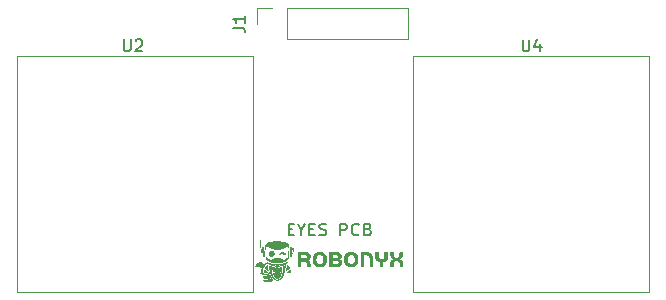
<source format=gbr>
%TF.GenerationSoftware,KiCad,Pcbnew,(6.0.9)*%
%TF.CreationDate,2023-07-18T19:51:57+10:00*%
%TF.ProjectId,VisorPlate2.0,5669736f-7250-46c6-9174-65322e302e6b,rev?*%
%TF.SameCoordinates,Original*%
%TF.FileFunction,Legend,Top*%
%TF.FilePolarity,Positive*%
%FSLAX46Y46*%
G04 Gerber Fmt 4.6, Leading zero omitted, Abs format (unit mm)*
G04 Created by KiCad (PCBNEW (6.0.9)) date 2023-07-18 19:51:57*
%MOMM*%
%LPD*%
G01*
G04 APERTURE LIST*
%ADD10C,0.200000*%
%ADD11C,0.150000*%
%ADD12C,0.120000*%
G04 APERTURE END LIST*
D10*
X129297619Y-110678571D02*
X129630952Y-110678571D01*
X129773809Y-111202380D02*
X129297619Y-111202380D01*
X129297619Y-110202380D01*
X129773809Y-110202380D01*
X130392857Y-110726190D02*
X130392857Y-111202380D01*
X130059523Y-110202380D02*
X130392857Y-110726190D01*
X130726190Y-110202380D01*
X131059523Y-110678571D02*
X131392857Y-110678571D01*
X131535714Y-111202380D02*
X131059523Y-111202380D01*
X131059523Y-110202380D01*
X131535714Y-110202380D01*
X131916666Y-111154761D02*
X132059523Y-111202380D01*
X132297619Y-111202380D01*
X132392857Y-111154761D01*
X132440476Y-111107142D01*
X132488095Y-111011904D01*
X132488095Y-110916666D01*
X132440476Y-110821428D01*
X132392857Y-110773809D01*
X132297619Y-110726190D01*
X132107142Y-110678571D01*
X132011904Y-110630952D01*
X131964285Y-110583333D01*
X131916666Y-110488095D01*
X131916666Y-110392857D01*
X131964285Y-110297619D01*
X132011904Y-110250000D01*
X132107142Y-110202380D01*
X132345238Y-110202380D01*
X132488095Y-110250000D01*
X133678571Y-111202380D02*
X133678571Y-110202380D01*
X134059523Y-110202380D01*
X134154761Y-110250000D01*
X134202380Y-110297619D01*
X134250000Y-110392857D01*
X134250000Y-110535714D01*
X134202380Y-110630952D01*
X134154761Y-110678571D01*
X134059523Y-110726190D01*
X133678571Y-110726190D01*
X135250000Y-111107142D02*
X135202380Y-111154761D01*
X135059523Y-111202380D01*
X134964285Y-111202380D01*
X134821428Y-111154761D01*
X134726190Y-111059523D01*
X134678571Y-110964285D01*
X134630952Y-110773809D01*
X134630952Y-110630952D01*
X134678571Y-110440476D01*
X134726190Y-110345238D01*
X134821428Y-110250000D01*
X134964285Y-110202380D01*
X135059523Y-110202380D01*
X135202380Y-110250000D01*
X135250000Y-110297619D01*
X136011904Y-110678571D02*
X136154761Y-110726190D01*
X136202380Y-110773809D01*
X136250000Y-110869047D01*
X136250000Y-111011904D01*
X136202380Y-111107142D01*
X136154761Y-111154761D01*
X136059523Y-111202380D01*
X135678571Y-111202380D01*
X135678571Y-110202380D01*
X136011904Y-110202380D01*
X136107142Y-110250000D01*
X136154761Y-110297619D01*
X136202380Y-110392857D01*
X136202380Y-110488095D01*
X136154761Y-110583333D01*
X136107142Y-110630952D01*
X136011904Y-110678571D01*
X135678571Y-110678571D01*
D11*
%TO.C,J1*%
X124602380Y-93608333D02*
X125316666Y-93608333D01*
X125459523Y-93655952D01*
X125554761Y-93751190D01*
X125602380Y-93894047D01*
X125602380Y-93989285D01*
X125602380Y-92608333D02*
X125602380Y-93179761D01*
X125602380Y-92894047D02*
X124602380Y-92894047D01*
X124745238Y-92989285D01*
X124840476Y-93084523D01*
X124888095Y-93179761D01*
%TO.C,U4*%
X149113095Y-94617380D02*
X149113095Y-95426904D01*
X149160714Y-95522142D01*
X149208333Y-95569761D01*
X149303571Y-95617380D01*
X149494047Y-95617380D01*
X149589285Y-95569761D01*
X149636904Y-95522142D01*
X149684523Y-95426904D01*
X149684523Y-94617380D01*
X150589285Y-94950714D02*
X150589285Y-95617380D01*
X150351190Y-94569761D02*
X150113095Y-95284047D01*
X150732142Y-95284047D01*
%TO.C,U2*%
X115353095Y-94607380D02*
X115353095Y-95416904D01*
X115400714Y-95512142D01*
X115448333Y-95559761D01*
X115543571Y-95607380D01*
X115734047Y-95607380D01*
X115829285Y-95559761D01*
X115876904Y-95512142D01*
X115924523Y-95416904D01*
X115924523Y-94607380D01*
X116353095Y-94702619D02*
X116400714Y-94655000D01*
X116495952Y-94607380D01*
X116734047Y-94607380D01*
X116829285Y-94655000D01*
X116876904Y-94702619D01*
X116924523Y-94797857D01*
X116924523Y-94893095D01*
X116876904Y-95035952D01*
X116305476Y-95607380D01*
X116924523Y-95607380D01*
D12*
%TO.C,J1*%
X126590000Y-91945000D02*
X127920000Y-91945000D01*
X129190000Y-91945000D02*
X139410000Y-91945000D01*
X129190000Y-94605000D02*
X139410000Y-94605000D01*
X129190000Y-94605000D02*
X129190000Y-91945000D01*
X139410000Y-94605000D02*
X139410000Y-91945000D01*
X126590000Y-93275000D02*
X126590000Y-91945000D01*
%TO.C,G\u002A\u002A\u002A*%
G36*
X128763049Y-113832403D02*
G01*
X128764261Y-113837426D01*
X128765311Y-113849134D01*
X128766188Y-113866354D01*
X128766880Y-113887911D01*
X128767375Y-113912634D01*
X128767663Y-113939348D01*
X128767731Y-113966879D01*
X128767569Y-113994054D01*
X128767165Y-114019700D01*
X128766506Y-114042643D01*
X128765583Y-114061709D01*
X128765327Y-114065489D01*
X128762303Y-114103479D01*
X128758999Y-114138303D01*
X128755522Y-114169150D01*
X128751981Y-114195209D01*
X128748484Y-114215670D01*
X128745137Y-114229720D01*
X128742704Y-114235703D01*
X128733764Y-114245334D01*
X128718539Y-114256853D01*
X128698192Y-114269641D01*
X128673889Y-114283079D01*
X128646793Y-114296549D01*
X128618068Y-114309432D01*
X128588880Y-114321108D01*
X128568413Y-114328359D01*
X128537353Y-114338234D01*
X128509585Y-114345836D01*
X128483165Y-114351469D01*
X128456145Y-114355437D01*
X128426581Y-114358042D01*
X128392526Y-114359588D01*
X128364050Y-114360218D01*
X128338325Y-114360528D01*
X128314625Y-114360648D01*
X128294307Y-114360584D01*
X128278725Y-114360343D01*
X128269234Y-114359931D01*
X128267763Y-114359773D01*
X128217341Y-114351153D01*
X128172285Y-114340826D01*
X128130159Y-114328052D01*
X128088529Y-114312090D01*
X128044959Y-114292198D01*
X128043749Y-114291608D01*
X128015504Y-114277498D01*
X127993671Y-114265789D01*
X127977398Y-114255872D01*
X127965836Y-114247139D01*
X127958135Y-114238982D01*
X127953446Y-114230790D01*
X127951760Y-114225744D01*
X127946057Y-114198219D01*
X127941442Y-114162918D01*
X127937916Y-114119850D01*
X127935478Y-114069023D01*
X127934131Y-114010447D01*
X127933838Y-113966586D01*
X127933886Y-113935321D01*
X127934082Y-113906586D01*
X127934409Y-113881318D01*
X127934848Y-113860458D01*
X127935380Y-113844944D01*
X127935988Y-113835717D01*
X127936432Y-113833515D01*
X127941016Y-113833223D01*
X127952042Y-113834105D01*
X127968204Y-113836010D01*
X127988196Y-113838787D01*
X128007067Y-113841694D01*
X128031968Y-113845783D01*
X128050287Y-113849083D01*
X128063224Y-113851920D01*
X128071976Y-113854621D01*
X128077743Y-113857511D01*
X128081724Y-113860915D01*
X128082944Y-113862321D01*
X128103627Y-113886283D01*
X128122373Y-113904714D01*
X128141041Y-113918965D01*
X128161493Y-113930387D01*
X128185587Y-113940332D01*
X128194821Y-113943576D01*
X128222638Y-113952369D01*
X128248194Y-113958773D01*
X128273663Y-113963102D01*
X128301221Y-113965670D01*
X128333041Y-113966793D01*
X128356190Y-113966899D01*
X128382374Y-113966688D01*
X128402564Y-113966153D01*
X128418623Y-113965109D01*
X128432415Y-113963370D01*
X128445804Y-113960752D01*
X128460655Y-113957068D01*
X128463986Y-113956181D01*
X128486125Y-113949351D01*
X128510631Y-113940403D01*
X128533136Y-113930967D01*
X128538878Y-113928267D01*
X128553520Y-113920936D01*
X128565053Y-113914340D01*
X128575017Y-113907191D01*
X128584953Y-113898201D01*
X128596400Y-113886082D01*
X128610898Y-113869546D01*
X128615574Y-113864112D01*
X128619581Y-113859896D01*
X128624228Y-113856555D01*
X128630754Y-113853730D01*
X128640396Y-113851062D01*
X128654395Y-113848192D01*
X128673988Y-113844760D01*
X128693261Y-113841574D01*
X128715389Y-113838077D01*
X128734719Y-113835254D01*
X128749965Y-113833274D01*
X128759840Y-113832306D01*
X128763049Y-113832403D01*
G37*
G36*
X129067531Y-113718617D02*
G01*
X129066905Y-113727480D01*
X129065121Y-113743166D01*
X129062322Y-113764744D01*
X129058653Y-113791287D01*
X129054255Y-113821864D01*
X129049272Y-113855547D01*
X129043848Y-113891405D01*
X129038124Y-113928511D01*
X129032245Y-113965933D01*
X129026353Y-114002744D01*
X129020591Y-114038014D01*
X129015103Y-114070814D01*
X129010032Y-114100213D01*
X129005521Y-114125284D01*
X129002337Y-114141970D01*
X128981738Y-114236841D01*
X128958257Y-114328344D01*
X128932109Y-114415956D01*
X128903507Y-114499149D01*
X128872663Y-114577398D01*
X128839791Y-114650176D01*
X128805104Y-114716958D01*
X128768814Y-114777216D01*
X128731135Y-114830425D01*
X128715844Y-114849472D01*
X128674173Y-114895042D01*
X128631230Y-114933159D01*
X128586459Y-114964199D01*
X128539303Y-114988537D01*
X128489207Y-115006547D01*
X128478489Y-115009501D01*
X128463558Y-115013165D01*
X128449634Y-115015879D01*
X128434978Y-115017819D01*
X128417853Y-115019157D01*
X128396522Y-115020069D01*
X128369249Y-115020730D01*
X128366015Y-115020790D01*
X128326073Y-115021031D01*
X128293344Y-115020148D01*
X128268064Y-115018151D01*
X128259903Y-115017012D01*
X128203610Y-115004013D01*
X128150829Y-114984045D01*
X128101485Y-114957060D01*
X128055503Y-114923011D01*
X128012806Y-114881849D01*
X127975289Y-114836208D01*
X127952300Y-114804297D01*
X127929826Y-114771637D01*
X127908807Y-114739679D01*
X127890181Y-114709877D01*
X127874887Y-114683683D01*
X127866453Y-114667848D01*
X127847263Y-114626942D01*
X127827341Y-114579421D01*
X127807061Y-114526449D01*
X127786799Y-114469192D01*
X127766928Y-114408817D01*
X127747822Y-114346488D01*
X127729857Y-114283372D01*
X127713406Y-114220634D01*
X127698843Y-114159439D01*
X127690059Y-114118560D01*
X127686090Y-114097966D01*
X127681617Y-114072723D01*
X127676765Y-114043706D01*
X127671656Y-114011790D01*
X127666413Y-113977851D01*
X127661159Y-113942765D01*
X127656018Y-113907405D01*
X127651114Y-113872649D01*
X127646568Y-113839371D01*
X127642504Y-113808446D01*
X127639046Y-113780751D01*
X127636317Y-113757159D01*
X127634439Y-113738547D01*
X127633537Y-113725791D01*
X127633733Y-113719764D01*
X127633892Y-113719464D01*
X127637948Y-113720447D01*
X127646875Y-113724966D01*
X127659029Y-113732156D01*
X127664226Y-113735457D01*
X127701897Y-113757152D01*
X127744227Y-113776343D01*
X127792278Y-113793459D01*
X127842441Y-113807743D01*
X127857260Y-113811714D01*
X127869199Y-113815215D01*
X127876138Y-113817615D01*
X127876829Y-113817961D01*
X127877956Y-113822536D01*
X127878913Y-113834372D01*
X127879680Y-113852872D01*
X127880238Y-113877438D01*
X127880567Y-113907472D01*
X127880652Y-113935458D01*
X127881945Y-114024040D01*
X127885956Y-114106589D01*
X127892884Y-114184520D01*
X127902929Y-114259244D01*
X127916287Y-114332176D01*
X127933159Y-114404728D01*
X127953743Y-114478313D01*
X127959729Y-114497796D01*
X127985210Y-114573145D01*
X128012188Y-114640896D01*
X128040751Y-114701181D01*
X128070986Y-114754134D01*
X128102981Y-114799888D01*
X128136823Y-114838576D01*
X128172598Y-114870333D01*
X128210395Y-114895292D01*
X128224532Y-114902647D01*
X128269100Y-114920164D01*
X128314261Y-114930003D01*
X128359494Y-114932267D01*
X128404276Y-114927060D01*
X128448088Y-114914483D01*
X128490406Y-114894640D01*
X128530711Y-114867633D01*
X128567033Y-114835054D01*
X128597667Y-114799444D01*
X128627253Y-114756614D01*
X128655578Y-114707162D01*
X128682429Y-114651685D01*
X128707596Y-114590778D01*
X128730865Y-114525040D01*
X128752025Y-114455066D01*
X128770864Y-114381453D01*
X128787170Y-114304798D01*
X128800730Y-114225697D01*
X128810854Y-114149029D01*
X128813008Y-114127334D01*
X128814707Y-114103894D01*
X128815992Y-114077569D01*
X128816902Y-114047219D01*
X128817479Y-114011704D01*
X128817762Y-113969885D01*
X128817800Y-113952986D01*
X128817972Y-113816903D01*
X128847447Y-113810061D01*
X128896231Y-113796784D01*
X128943820Y-113780109D01*
X128988315Y-113760815D01*
X129027818Y-113739685D01*
X129044933Y-113728792D01*
X129056875Y-113721351D01*
X129064765Y-113717825D01*
X129067531Y-113718617D01*
G37*
G36*
X127762861Y-114554335D02*
G01*
X127774155Y-114583489D01*
X127787257Y-114615042D01*
X127801425Y-114647386D01*
X127815921Y-114678915D01*
X127830003Y-114708024D01*
X127842933Y-114733107D01*
X127853969Y-114752556D01*
X127854836Y-114753962D01*
X127860097Y-114763772D01*
X127862244Y-114770672D01*
X127861730Y-114772449D01*
X127856050Y-114775047D01*
X127843980Y-114779931D01*
X127826530Y-114786730D01*
X127804708Y-114795070D01*
X127779522Y-114804580D01*
X127751979Y-114814886D01*
X127723088Y-114825616D01*
X127693856Y-114836396D01*
X127665292Y-114846855D01*
X127638403Y-114856620D01*
X127614198Y-114865317D01*
X127593684Y-114872574D01*
X127577870Y-114878018D01*
X127567764Y-114881278D01*
X127566247Y-114881707D01*
X127543955Y-114886113D01*
X127516139Y-114889249D01*
X127485044Y-114891052D01*
X127452911Y-114891456D01*
X127421986Y-114890398D01*
X127394511Y-114887812D01*
X127387945Y-114886839D01*
X127361212Y-114881730D01*
X127329868Y-114874528D01*
X127296648Y-114865939D01*
X127264289Y-114856667D01*
X127237178Y-114847986D01*
X127202543Y-114832896D01*
X127172616Y-114813219D01*
X127148281Y-114789684D01*
X127130424Y-114763023D01*
X127127830Y-114757651D01*
X127123251Y-114746377D01*
X127120051Y-114734969D01*
X127118125Y-114722001D01*
X127117367Y-114706042D01*
X127117669Y-114685664D01*
X127118925Y-114659438D01*
X127119629Y-114647658D01*
X127123004Y-114593156D01*
X127141245Y-114595644D01*
X127160276Y-114597556D01*
X127185267Y-114599071D01*
X127214324Y-114600164D01*
X127245556Y-114600812D01*
X127277070Y-114600991D01*
X127306974Y-114600678D01*
X127333377Y-114599849D01*
X127354385Y-114598481D01*
X127356004Y-114598325D01*
X127436594Y-114586787D01*
X127518101Y-114568407D01*
X127598656Y-114543691D01*
X127676388Y-114513148D01*
X127686224Y-114508760D01*
X127737426Y-114485585D01*
X127762861Y-114554335D01*
G37*
G36*
X129502395Y-114088351D02*
G01*
X129503150Y-114092718D01*
X129504034Y-114103590D01*
X129504966Y-114119615D01*
X129505862Y-114139443D01*
X129506412Y-114154497D01*
X129507123Y-114180399D01*
X129507213Y-114200557D01*
X129506554Y-114217076D01*
X129505020Y-114232055D01*
X129502483Y-114247599D01*
X129500025Y-114260027D01*
X129492552Y-114292610D01*
X129484145Y-114323078D01*
X129475218Y-114350265D01*
X129466185Y-114373005D01*
X129457460Y-114390129D01*
X129450511Y-114399483D01*
X129433592Y-114411059D01*
X129410777Y-114418228D01*
X129382751Y-114420884D01*
X129350197Y-114418922D01*
X129337368Y-114417042D01*
X129302248Y-114408831D01*
X129263819Y-114395325D01*
X129221225Y-114376215D01*
X129215165Y-114373217D01*
X129197667Y-114364434D01*
X129182873Y-114356932D01*
X129172114Y-114351393D01*
X129166726Y-114348500D01*
X129166373Y-114348269D01*
X129166314Y-114343292D01*
X129169812Y-114332943D01*
X129176298Y-114318538D01*
X129185200Y-114301391D01*
X129191659Y-114290002D01*
X129219189Y-114250550D01*
X129253747Y-114214026D01*
X129294941Y-114180762D01*
X129342379Y-114151091D01*
X129374599Y-114134717D01*
X129391924Y-114126977D01*
X129411557Y-114118810D01*
X129432151Y-114110705D01*
X129452354Y-114103153D01*
X129470818Y-114096643D01*
X129486192Y-114091665D01*
X129497127Y-114088708D01*
X129502273Y-114088262D01*
X129502395Y-114088351D01*
G37*
G36*
X138873894Y-112621208D02*
G01*
X138902800Y-112621291D01*
X138925498Y-112621486D01*
X138942813Y-112621839D01*
X138955572Y-112622396D01*
X138964601Y-112623202D01*
X138970725Y-112624304D01*
X138974771Y-112625748D01*
X138977564Y-112627579D01*
X138979151Y-112629050D01*
X138985135Y-112638021D01*
X138987185Y-112645753D01*
X138987498Y-112712700D01*
X138985584Y-112773092D01*
X138981328Y-112827943D01*
X138974617Y-112878269D01*
X138965338Y-112925083D01*
X138953378Y-112969402D01*
X138949664Y-112981102D01*
X138939093Y-113010108D01*
X138926135Y-113040592D01*
X138911941Y-113070122D01*
X138897662Y-113096266D01*
X138887690Y-113112044D01*
X138873901Y-113129897D01*
X138855837Y-113150169D01*
X138835434Y-113170940D01*
X138814630Y-113190287D01*
X138795361Y-113206289D01*
X138785669Y-113213269D01*
X138773442Y-113221612D01*
X138764407Y-113228190D01*
X138760014Y-113231930D01*
X138759838Y-113232367D01*
X138763799Y-113234196D01*
X138773340Y-113238102D01*
X138786692Y-113243369D01*
X138792473Y-113245607D01*
X138834543Y-113264421D01*
X138871026Y-113286599D01*
X138902429Y-113312778D01*
X138929260Y-113343594D01*
X138952029Y-113379684D01*
X138971242Y-113421685D01*
X138987410Y-113470233D01*
X138995033Y-113499316D01*
X139003028Y-113535879D01*
X139009373Y-113573069D01*
X139014236Y-113612427D01*
X139017785Y-113655496D01*
X139020188Y-113703819D01*
X139021228Y-113739293D01*
X139021875Y-113768976D01*
X139022257Y-113791827D01*
X139022317Y-113808873D01*
X139021996Y-113821142D01*
X139021238Y-113829658D01*
X139019984Y-113835448D01*
X139018176Y-113839540D01*
X139015757Y-113842958D01*
X139015368Y-113843440D01*
X139007364Y-113853265D01*
X138875204Y-113854399D01*
X138743045Y-113855532D01*
X138719767Y-113832254D01*
X138719753Y-113772019D01*
X138718226Y-113707600D01*
X138713712Y-113648937D01*
X138706271Y-113596341D01*
X138695962Y-113550123D01*
X138682845Y-113510595D01*
X138666979Y-113478067D01*
X138662541Y-113470993D01*
X138648452Y-113453928D01*
X138628886Y-113436122D01*
X138605858Y-113419211D01*
X138581383Y-113404831D01*
X138580599Y-113404431D01*
X138557104Y-113394687D01*
X138528722Y-113386266D01*
X138498397Y-113379835D01*
X138469076Y-113376064D01*
X138452522Y-113375355D01*
X138412188Y-113378297D01*
X138372707Y-113386737D01*
X138335305Y-113400103D01*
X138301209Y-113417819D01*
X138271643Y-113439311D01*
X138247834Y-113464004D01*
X138239982Y-113474981D01*
X138225800Y-113500694D01*
X138213952Y-113530620D01*
X138204315Y-113565370D01*
X138196766Y-113605559D01*
X138191181Y-113651796D01*
X138187439Y-113704696D01*
X138185890Y-113744548D01*
X138183313Y-113836265D01*
X138172286Y-113845747D01*
X138161259Y-113855230D01*
X137901956Y-113855230D01*
X137881625Y-113834899D01*
X137883889Y-113732075D01*
X137884682Y-113702404D01*
X137885708Y-113673520D01*
X137886897Y-113646917D01*
X137888176Y-113624087D01*
X137889472Y-113606522D01*
X137890397Y-113597811D01*
X137901046Y-113533217D01*
X137914629Y-113475760D01*
X137931231Y-113425252D01*
X137950938Y-113381507D01*
X137973833Y-113344336D01*
X138000002Y-113313551D01*
X138029529Y-113288964D01*
X138030041Y-113288612D01*
X138045518Y-113279051D01*
X138065396Y-113268255D01*
X138086722Y-113257772D01*
X138100782Y-113251512D01*
X138117630Y-113244373D01*
X138131575Y-113238408D01*
X138141171Y-113234240D01*
X138144971Y-113232490D01*
X138144972Y-113232489D01*
X138142416Y-113230092D01*
X138134770Y-113224371D01*
X138123468Y-113216382D01*
X138118408Y-113212900D01*
X138076408Y-113179463D01*
X138039044Y-113139798D01*
X138006482Y-113094140D01*
X137978887Y-113042726D01*
X137956425Y-112985792D01*
X137954004Y-112978353D01*
X137943202Y-112941188D01*
X137934447Y-112903484D01*
X137927516Y-112863761D01*
X137922188Y-112820538D01*
X137918239Y-112772335D01*
X137915668Y-112723160D01*
X137914759Y-112692740D01*
X137914937Y-112669202D01*
X137916337Y-112651627D01*
X137919091Y-112639093D01*
X137923333Y-112630682D01*
X137929196Y-112625472D01*
X137929880Y-112625090D01*
X137935828Y-112624019D01*
X137948986Y-112623092D01*
X137968707Y-112622328D01*
X137994341Y-112621745D01*
X138025240Y-112621362D01*
X138060756Y-112621196D01*
X138068930Y-112621190D01*
X138104619Y-112621207D01*
X138133278Y-112621289D01*
X138155733Y-112621483D01*
X138172815Y-112621837D01*
X138185351Y-112622398D01*
X138194170Y-112623213D01*
X138200102Y-112624330D01*
X138203974Y-112625796D01*
X138206615Y-112627659D01*
X138208096Y-112629137D01*
X138210384Y-112632183D01*
X138212200Y-112636481D01*
X138213630Y-112642990D01*
X138214760Y-112652670D01*
X138215678Y-112666482D01*
X138216469Y-112685384D01*
X138217220Y-112710338D01*
X138217920Y-112738196D01*
X138220144Y-112800779D01*
X138223653Y-112855778D01*
X138228469Y-112903366D01*
X138234617Y-112943718D01*
X138242119Y-112977008D01*
X138251001Y-113003409D01*
X138255446Y-113013073D01*
X138270733Y-113034889D01*
X138292863Y-113054555D01*
X138320978Y-113071496D01*
X138354219Y-113085132D01*
X138369385Y-113089704D01*
X138396848Y-113095124D01*
X138428717Y-113098123D01*
X138462346Y-113098702D01*
X138495088Y-113096863D01*
X138524296Y-113092606D01*
X138536543Y-113089630D01*
X138574264Y-113076483D01*
X138604839Y-113060635D01*
X138628579Y-113041880D01*
X138645792Y-113020007D01*
X138649257Y-113013743D01*
X138658635Y-112990626D01*
X138666687Y-112960564D01*
X138673434Y-112923407D01*
X138678897Y-112879004D01*
X138683095Y-112827206D01*
X138686050Y-112767862D01*
X138687002Y-112737831D01*
X138687864Y-112707257D01*
X138688686Y-112683547D01*
X138689561Y-112665703D01*
X138690583Y-112652729D01*
X138691847Y-112643630D01*
X138693446Y-112637410D01*
X138695474Y-112633071D01*
X138697108Y-112630736D01*
X138704617Y-112621190D01*
X138837954Y-112621190D01*
X138873894Y-112621208D01*
G37*
G36*
X129785883Y-111519779D02*
G01*
X129787017Y-111520849D01*
X129787985Y-111523468D01*
X129788794Y-111528152D01*
X129789450Y-111535417D01*
X129789959Y-111545780D01*
X129790328Y-111559757D01*
X129790562Y-111577865D01*
X129790668Y-111600619D01*
X129790652Y-111628536D01*
X129790519Y-111662133D01*
X129790276Y-111701924D01*
X129789929Y-111748428D01*
X129789483Y-111802159D01*
X129789371Y-111815204D01*
X129788625Y-111890664D01*
X129787725Y-111958925D01*
X129786620Y-112020649D01*
X129785261Y-112076497D01*
X129783597Y-112127130D01*
X129781579Y-112173208D01*
X129779156Y-112215394D01*
X129776278Y-112254347D01*
X129772895Y-112290729D01*
X129768957Y-112325201D01*
X129764414Y-112358424D01*
X129759217Y-112391059D01*
X129753313Y-112423767D01*
X129746655Y-112457210D01*
X129739191Y-112492047D01*
X129737519Y-112499590D01*
X129722370Y-112560533D01*
X129705701Y-112614019D01*
X129687407Y-112660323D01*
X129667379Y-112699722D01*
X129648692Y-112728284D01*
X129637630Y-112742212D01*
X129630005Y-112749284D01*
X129625533Y-112749569D01*
X129623933Y-112743136D01*
X129624421Y-112734180D01*
X129625193Y-112726743D01*
X129626660Y-112712399D01*
X129628730Y-112692063D01*
X129631309Y-112666648D01*
X129634306Y-112637069D01*
X129637627Y-112604238D01*
X129641180Y-112569071D01*
X129642982Y-112551216D01*
X129659757Y-112384955D01*
X129675723Y-112368468D01*
X129685727Y-112356437D01*
X129693443Y-112342546D01*
X129700351Y-112324039D01*
X129701457Y-112320540D01*
X129705892Y-112305973D01*
X129709853Y-112292079D01*
X129713409Y-112278256D01*
X129716626Y-112263904D01*
X129719571Y-112248422D01*
X129722309Y-112231208D01*
X129724909Y-112211661D01*
X129727436Y-112189180D01*
X129729958Y-112163164D01*
X129732540Y-112133011D01*
X129735251Y-112098120D01*
X129738155Y-112057891D01*
X129741321Y-112011721D01*
X129744814Y-111959010D01*
X129748701Y-111899156D01*
X129749406Y-111888233D01*
X129753603Y-111823830D01*
X129757421Y-111766882D01*
X129760898Y-111716994D01*
X129764073Y-111673772D01*
X129766987Y-111636822D01*
X129769677Y-111605748D01*
X129772182Y-111580158D01*
X129774543Y-111559657D01*
X129776797Y-111543849D01*
X129778984Y-111532342D01*
X129781142Y-111524740D01*
X129783312Y-111520650D01*
X129785532Y-111519676D01*
X129785883Y-111519779D01*
G37*
G36*
X128731640Y-114320487D02*
G01*
X128729484Y-114331349D01*
X128725683Y-114347512D01*
X128720539Y-114367862D01*
X128714355Y-114391284D01*
X128707433Y-114416663D01*
X128700076Y-114442884D01*
X128692585Y-114468831D01*
X128685264Y-114493391D01*
X128678414Y-114515448D01*
X128674492Y-114527513D01*
X128650217Y-114594140D01*
X128623943Y-114654167D01*
X128595795Y-114707399D01*
X128565898Y-114753642D01*
X128534378Y-114792702D01*
X128501360Y-114824384D01*
X128468094Y-114847839D01*
X128432124Y-114864574D01*
X128392800Y-114875099D01*
X128351956Y-114879104D01*
X128311429Y-114876281D01*
X128305262Y-114875207D01*
X128265451Y-114863687D01*
X128227532Y-114844585D01*
X128191575Y-114817967D01*
X128157651Y-114783898D01*
X128125830Y-114742443D01*
X128096183Y-114693665D01*
X128085230Y-114672683D01*
X128064542Y-114628523D01*
X128044124Y-114579665D01*
X128025204Y-114529212D01*
X128009008Y-114480269D01*
X128008361Y-114478145D01*
X128002544Y-114458296D01*
X127996348Y-114435989D01*
X127990084Y-114412478D01*
X127984060Y-114389019D01*
X127978586Y-114366865D01*
X127973974Y-114347270D01*
X127970531Y-114331488D01*
X127968570Y-114320775D01*
X127968397Y-114316384D01*
X127972356Y-114317369D01*
X127981807Y-114321325D01*
X127995269Y-114327595D01*
X128008880Y-114334317D01*
X128070802Y-114362701D01*
X128131821Y-114384491D01*
X128193551Y-114400067D01*
X128257603Y-114409806D01*
X128325591Y-114414086D01*
X128350294Y-114414365D01*
X128422597Y-114411484D01*
X128490679Y-114402740D01*
X128555898Y-114387809D01*
X128619610Y-114366366D01*
X128683172Y-114338088D01*
X128695193Y-114331994D01*
X128710016Y-114324618D01*
X128722098Y-114319132D01*
X128729862Y-114316222D01*
X128731849Y-114316041D01*
X128731640Y-114320487D01*
G37*
G36*
X126917372Y-111522558D02*
G01*
X126919454Y-111529891D01*
X126921547Y-111541932D01*
X126923708Y-111559171D01*
X126925997Y-111582100D01*
X126928470Y-111611209D01*
X126931188Y-111646988D01*
X126934207Y-111689930D01*
X126935526Y-111709416D01*
X126940872Y-111787949D01*
X126946073Y-111861947D01*
X126951091Y-111930950D01*
X126955893Y-111994500D01*
X126960441Y-112052138D01*
X126964701Y-112103407D01*
X126968638Y-112147847D01*
X126972214Y-112185000D01*
X126972975Y-112192395D01*
X126976147Y-112221317D01*
X126979125Y-112244346D01*
X126982279Y-112263431D01*
X126985980Y-112280520D01*
X126990599Y-112297560D01*
X126996504Y-112316499D01*
X126996652Y-112316953D01*
X127004285Y-112339304D01*
X127010444Y-112354719D01*
X127015454Y-112363911D01*
X127019585Y-112367580D01*
X127024844Y-112369554D01*
X127029168Y-112372349D01*
X127032749Y-112376786D01*
X127035777Y-112383687D01*
X127038442Y-112393873D01*
X127040936Y-112408164D01*
X127043449Y-112427383D01*
X127046172Y-112452349D01*
X127049295Y-112483886D01*
X127051194Y-112503707D01*
X127056297Y-112557799D01*
X127060586Y-112604384D01*
X127064085Y-112643772D01*
X127066817Y-112676271D01*
X127068808Y-112702190D01*
X127070082Y-112721839D01*
X127070664Y-112735525D01*
X127070577Y-112743558D01*
X127070368Y-112745228D01*
X127068657Y-112747906D01*
X127064937Y-112745896D01*
X127058395Y-112738507D01*
X127050885Y-112728665D01*
X127029590Y-112695845D01*
X127010087Y-112657154D01*
X126992338Y-112612404D01*
X126976305Y-112561404D01*
X126961951Y-112503968D01*
X126949236Y-112439907D01*
X126938124Y-112369031D01*
X126928575Y-112291152D01*
X126920553Y-112206082D01*
X126914018Y-112113632D01*
X126909545Y-112027751D01*
X126908650Y-112003142D01*
X126907920Y-111973944D01*
X126907351Y-111940944D01*
X126906936Y-111904928D01*
X126906671Y-111866682D01*
X126906550Y-111826992D01*
X126906568Y-111786645D01*
X126906719Y-111746427D01*
X126906998Y-111707123D01*
X126907400Y-111669520D01*
X126907919Y-111634405D01*
X126908549Y-111602563D01*
X126909287Y-111574781D01*
X126910125Y-111551844D01*
X126911060Y-111534540D01*
X126912085Y-111523654D01*
X126913004Y-111520053D01*
X126915241Y-111519442D01*
X126917372Y-111522558D01*
G37*
G36*
X137637909Y-112621298D02*
G01*
X137662018Y-112621686D01*
X137680578Y-112622522D01*
X137694359Y-112623976D01*
X137704133Y-112626216D01*
X137710670Y-112629413D01*
X137714740Y-112633734D01*
X137717114Y-112639350D01*
X137718562Y-112646429D01*
X137719691Y-112654062D01*
X137720389Y-112663167D01*
X137720892Y-112679183D01*
X137721211Y-112701167D01*
X137721361Y-112728172D01*
X137721351Y-112759254D01*
X137721196Y-112793467D01*
X137720907Y-112829866D01*
X137720497Y-112867506D01*
X137719978Y-112905441D01*
X137719363Y-112942726D01*
X137718663Y-112978416D01*
X137717891Y-113011567D01*
X137717060Y-113041231D01*
X137716181Y-113066465D01*
X137715268Y-113086323D01*
X137714332Y-113099860D01*
X137713812Y-113104270D01*
X137702955Y-113156537D01*
X137687650Y-113206867D01*
X137668505Y-113253674D01*
X137646124Y-113295372D01*
X137633556Y-113314303D01*
X137603226Y-113350928D01*
X137567086Y-113385027D01*
X137527143Y-113414890D01*
X137490095Y-113436483D01*
X137470988Y-113444980D01*
X137446743Y-113454068D01*
X137419952Y-113462911D01*
X137393207Y-113470674D01*
X137369100Y-113476521D01*
X137360947Y-113478107D01*
X137332454Y-113483133D01*
X137332454Y-113652875D01*
X137332355Y-113698765D01*
X137332060Y-113738556D01*
X137331578Y-113771939D01*
X137330915Y-113798601D01*
X137330079Y-113818231D01*
X137329077Y-113830520D01*
X137328329Y-113834452D01*
X137322317Y-113844373D01*
X137314389Y-113850758D01*
X137307507Y-113852202D01*
X137293711Y-113853357D01*
X137272801Y-113854230D01*
X137244580Y-113854828D01*
X137208850Y-113855157D01*
X137176853Y-113855230D01*
X137049133Y-113855230D01*
X137039486Y-113845584D01*
X137029840Y-113835937D01*
X137029840Y-113478949D01*
X137013137Y-113476376D01*
X136985363Y-113470369D01*
X136953502Y-113460648D01*
X136919824Y-113448126D01*
X136886595Y-113433715D01*
X136856084Y-113418328D01*
X136830787Y-113403032D01*
X136814780Y-113390788D01*
X136795815Y-113374183D01*
X136775762Y-113355058D01*
X136756491Y-113335254D01*
X136739874Y-113316613D01*
X136729232Y-113303056D01*
X136702935Y-113260436D01*
X136681010Y-113212306D01*
X136663231Y-113158123D01*
X136655529Y-113127293D01*
X136653766Y-113119125D01*
X136652264Y-113110980D01*
X136650996Y-113102154D01*
X136649937Y-113091943D01*
X136649060Y-113079643D01*
X136648339Y-113064549D01*
X136647747Y-113045957D01*
X136647257Y-113023163D01*
X136646844Y-112995463D01*
X136646481Y-112962153D01*
X136646142Y-112922529D01*
X136645799Y-112875886D01*
X136645730Y-112865917D01*
X136644175Y-112641001D01*
X136654081Y-112631096D01*
X136663986Y-112621190D01*
X136931017Y-112621190D01*
X136939163Y-112631545D01*
X136941025Y-112634101D01*
X136942579Y-112637078D01*
X136943854Y-112641162D01*
X136944876Y-112647041D01*
X136945675Y-112655401D01*
X136946278Y-112666929D01*
X136946713Y-112682313D01*
X136947007Y-112702238D01*
X136947189Y-112727392D01*
X136947286Y-112758462D01*
X136947327Y-112796134D01*
X136947338Y-112832961D01*
X136947428Y-112874585D01*
X136947674Y-112913693D01*
X136948062Y-112949488D01*
X136948577Y-112981174D01*
X136949205Y-113007955D01*
X136949930Y-113029032D01*
X136950737Y-113043610D01*
X136951351Y-113049567D01*
X136960806Y-113085587D01*
X136977165Y-113118468D01*
X136999923Y-113147703D01*
X137028578Y-113172782D01*
X137062624Y-113193194D01*
X137101559Y-113208432D01*
X137111190Y-113211161D01*
X137136424Y-113216007D01*
X137166299Y-113218895D01*
X137198074Y-113219786D01*
X137229008Y-113218644D01*
X137256361Y-113215431D01*
X137266876Y-113213275D01*
X137305364Y-113200465D01*
X137338288Y-113182116D01*
X137365604Y-113158271D01*
X137387267Y-113128975D01*
X137403232Y-113094271D01*
X137408971Y-113075269D01*
X137410377Y-113068669D01*
X137411554Y-113060299D01*
X137412522Y-113049470D01*
X137413298Y-113035493D01*
X137413903Y-113017680D01*
X137414355Y-112995339D01*
X137414672Y-112967783D01*
X137414874Y-112934323D01*
X137414980Y-112894268D01*
X137415008Y-112855186D01*
X137415050Y-112807547D01*
X137415192Y-112767148D01*
X137415477Y-112733368D01*
X137415946Y-112705585D01*
X137416642Y-112683180D01*
X137417607Y-112665531D01*
X137418883Y-112652018D01*
X137420512Y-112642020D01*
X137422537Y-112634916D01*
X137424999Y-112630086D01*
X137427940Y-112626910D01*
X137430620Y-112625167D01*
X137436715Y-112624037D01*
X137450124Y-112623073D01*
X137470304Y-112622291D01*
X137496711Y-112621707D01*
X137528799Y-112621335D01*
X137566024Y-112621191D01*
X137569965Y-112621190D01*
X137607482Y-112621189D01*
X137637909Y-112621298D01*
G37*
G36*
X127654977Y-113663585D02*
G01*
X127633058Y-113648464D01*
X127601488Y-113626813D01*
X127574716Y-113609933D01*
X127551691Y-113597344D01*
X127531363Y-113588565D01*
X127512680Y-113583117D01*
X127494592Y-113580517D01*
X127483592Y-113580126D01*
X127474174Y-113580823D01*
X127464912Y-113583340D01*
X127454902Y-113588310D01*
X127443238Y-113596371D01*
X127429014Y-113608158D01*
X127411324Y-113624307D01*
X127389263Y-113645452D01*
X127386004Y-113648623D01*
X127339622Y-113696513D01*
X127299543Y-113743964D01*
X127264505Y-113792666D01*
X127233243Y-113844306D01*
X127217620Y-113873746D01*
X127206691Y-113894444D01*
X127198066Y-113908748D01*
X127191135Y-113917563D01*
X127185288Y-113921796D01*
X127185228Y-113921820D01*
X127178759Y-113923667D01*
X127165832Y-113926768D01*
X127147634Y-113930877D01*
X127125357Y-113935747D01*
X127100189Y-113941130D01*
X127073319Y-113946782D01*
X127045937Y-113952455D01*
X127019233Y-113957902D01*
X126994396Y-113962876D01*
X126972615Y-113967132D01*
X126955080Y-113970423D01*
X126942980Y-113972501D01*
X126937754Y-113973132D01*
X126932300Y-113971134D01*
X126926456Y-113964361D01*
X126919299Y-113951644D01*
X126916844Y-113946673D01*
X126897489Y-113915618D01*
X126871664Y-113889026D01*
X126839369Y-113866895D01*
X126800603Y-113849228D01*
X126755367Y-113836023D01*
X126705433Y-113827494D01*
X126659147Y-113825729D01*
X126612466Y-113831312D01*
X126566582Y-113843891D01*
X126522686Y-113863115D01*
X126481968Y-113888634D01*
X126472005Y-113896292D01*
X126456673Y-113908237D01*
X126446510Y-113915211D01*
X126440859Y-113917520D01*
X126439064Y-113915468D01*
X126439857Y-113911234D01*
X126441688Y-113904187D01*
X126444611Y-113891941D01*
X126448036Y-113876973D01*
X126448504Y-113874880D01*
X126453226Y-113856647D01*
X126459718Y-113835291D01*
X126466711Y-113814942D01*
X126467920Y-113811717D01*
X126496394Y-113747212D01*
X126530552Y-113688124D01*
X126570316Y-113634529D01*
X126615603Y-113586503D01*
X126666333Y-113544122D01*
X126722425Y-113507460D01*
X126783798Y-113476595D01*
X126850371Y-113451601D01*
X126853491Y-113450614D01*
X126896357Y-113439104D01*
X126934656Y-113433041D01*
X126969386Y-113432320D01*
X126996080Y-113435677D01*
X127022844Y-113442180D01*
X127045272Y-113450804D01*
X127064857Y-113462622D01*
X127083094Y-113478700D01*
X127101476Y-113500111D01*
X127118220Y-113523140D01*
X127137841Y-113549959D01*
X127155555Y-113570272D01*
X127172461Y-113584837D01*
X127189658Y-113594410D01*
X127208246Y-113599749D01*
X127229323Y-113601611D01*
X127232191Y-113601637D01*
X127247018Y-113601101D01*
X127260700Y-113599073D01*
X127274489Y-113595012D01*
X127289634Y-113588372D01*
X127307387Y-113578611D01*
X127328996Y-113565186D01*
X127354002Y-113548699D01*
X127386756Y-113527491D01*
X127415104Y-113511027D01*
X127440501Y-113498813D01*
X127464402Y-113490358D01*
X127488263Y-113485168D01*
X127513539Y-113482749D01*
X127541686Y-113482610D01*
X127548433Y-113482838D01*
X127573337Y-113484255D01*
X127593299Y-113486587D01*
X127611220Y-113490290D01*
X127629128Y-113495536D01*
X127661494Y-113507091D01*
X127689572Y-113519733D01*
X127715301Y-113534657D01*
X127740622Y-113553061D01*
X127767475Y-113576141D01*
X127782269Y-113589988D01*
X127799355Y-113605496D01*
X127817598Y-113620690D01*
X127834730Y-113633750D01*
X127847616Y-113642353D01*
X127860395Y-113649392D01*
X127876300Y-113657358D01*
X127893848Y-113665605D01*
X127911554Y-113673488D01*
X127927934Y-113680362D01*
X127941505Y-113685581D01*
X127950781Y-113688500D01*
X127954181Y-113688690D01*
X127951832Y-113685955D01*
X127944191Y-113679811D01*
X127932503Y-113671214D01*
X127920269Y-113662660D01*
X127899787Y-113647812D01*
X127878755Y-113631141D01*
X127858699Y-113613985D01*
X127841145Y-113597683D01*
X127827619Y-113583572D01*
X127821804Y-113576341D01*
X127814015Y-113565402D01*
X127839093Y-113570658D01*
X127880564Y-113578683D01*
X127927807Y-113586682D01*
X127978737Y-113594368D01*
X128031269Y-113601454D01*
X128083318Y-113607654D01*
X128132800Y-113612682D01*
X128163616Y-113615263D01*
X128278968Y-113621073D01*
X128397581Y-113621586D01*
X128517483Y-113616912D01*
X128636705Y-113607163D01*
X128753274Y-113592451D01*
X128846465Y-113576578D01*
X128862124Y-113573845D01*
X128874399Y-113572225D01*
X128881613Y-113571910D01*
X128882818Y-113572392D01*
X128879897Y-113576585D01*
X128871872Y-113584657D01*
X128859852Y-113595669D01*
X128844944Y-113608684D01*
X128828256Y-113622764D01*
X128810897Y-113636970D01*
X128793974Y-113650365D01*
X128778595Y-113662011D01*
X128768283Y-113669347D01*
X128753647Y-113679385D01*
X128741510Y-113687816D01*
X128733291Y-113693648D01*
X128730462Y-113695801D01*
X128732505Y-113695626D01*
X128740212Y-113692922D01*
X128752050Y-113688320D01*
X128766487Y-113682452D01*
X128781989Y-113675948D01*
X128797024Y-113669440D01*
X128810058Y-113663559D01*
X128817851Y-113659814D01*
X128850972Y-113641107D01*
X128883275Y-113618520D01*
X128916441Y-113590809D01*
X128935753Y-113572847D01*
X128979342Y-113531000D01*
X129082195Y-113480065D01*
X129113654Y-113464516D01*
X129138903Y-113452270D01*
X129158786Y-113443166D01*
X129174148Y-113437040D01*
X129185833Y-113433730D01*
X129194685Y-113433073D01*
X129201548Y-113434906D01*
X129207268Y-113439066D01*
X129212687Y-113445392D01*
X129218651Y-113453720D01*
X129218679Y-113453758D01*
X129224868Y-113463344D01*
X129228460Y-113471969D01*
X129230147Y-113482381D01*
X129230619Y-113497324D01*
X129230629Y-113501272D01*
X129230629Y-113531782D01*
X129212377Y-113553146D01*
X129203008Y-113563584D01*
X129194198Y-113571694D01*
X129184138Y-113578664D01*
X129171023Y-113585683D01*
X129153045Y-113593939D01*
X129145001Y-113597457D01*
X129131148Y-113604728D01*
X129114490Y-113615293D01*
X129098067Y-113627187D01*
X129093911Y-113630499D01*
X129036261Y-113672583D01*
X128974599Y-113707922D01*
X128909068Y-113736444D01*
X128842527Y-113757378D01*
X128828189Y-113760813D01*
X128809135Y-113764957D01*
X128786575Y-113769585D01*
X128761721Y-113774477D01*
X128735785Y-113779410D01*
X128709976Y-113784163D01*
X128685507Y-113788513D01*
X128663588Y-113792237D01*
X128645430Y-113795115D01*
X128632244Y-113796924D01*
X128625241Y-113797441D01*
X128624592Y-113797340D01*
X128620245Y-113793176D01*
X128613813Y-113784182D01*
X128608166Y-113774860D01*
X128597069Y-113758404D01*
X128583096Y-113744211D01*
X128564780Y-113731100D01*
X128540655Y-113717890D01*
X128532538Y-113713954D01*
X128491007Y-113697293D01*
X128446801Y-113685736D01*
X128397952Y-113678776D01*
X128394830Y-113678493D01*
X128346974Y-113676631D01*
X128299202Y-113679189D01*
X128253008Y-113685895D01*
X128209883Y-113696476D01*
X128171320Y-113710661D01*
X128145430Y-113724012D01*
X128127142Y-113735666D01*
X128113691Y-113746260D01*
X128102752Y-113757970D01*
X128092000Y-113772972D01*
X128090256Y-113775646D01*
X128081784Y-113787626D01*
X128074991Y-113793986D01*
X128068162Y-113796195D01*
X128066227Y-113796272D01*
X128055847Y-113795488D01*
X128039253Y-113793324D01*
X128017916Y-113790043D01*
X127993307Y-113785910D01*
X127966898Y-113781190D01*
X127940160Y-113776147D01*
X127914564Y-113771045D01*
X127891583Y-113766151D01*
X127872686Y-113761727D01*
X127869293Y-113760861D01*
X127822457Y-113747300D01*
X127779568Y-113731725D01*
X127738665Y-113713202D01*
X127700219Y-113692133D01*
X127959253Y-113692133D01*
X127961218Y-113694098D01*
X127963183Y-113692133D01*
X127961218Y-113690167D01*
X127959253Y-113692133D01*
X127700219Y-113692133D01*
X127697787Y-113690800D01*
X127654977Y-113663585D01*
G37*
G36*
X135763258Y-112621243D02*
G01*
X135813096Y-112621331D01*
X135856220Y-112621486D01*
X135893203Y-112621719D01*
X135924617Y-112622040D01*
X135951036Y-112622459D01*
X135973032Y-112622988D01*
X135991178Y-112623636D01*
X136006047Y-112624414D01*
X136018212Y-112625332D01*
X136028246Y-112626400D01*
X136033568Y-112627131D01*
X136093270Y-112638526D01*
X136146947Y-112654077D01*
X136195478Y-112674183D01*
X136239742Y-112699241D01*
X136280617Y-112729650D01*
X136301819Y-112748653D01*
X136337057Y-112786147D01*
X136367754Y-112827418D01*
X136394229Y-112873128D01*
X136416801Y-112923937D01*
X136435790Y-112980508D01*
X136451516Y-113043502D01*
X136456694Y-113069217D01*
X136458156Y-113077117D01*
X136459444Y-113084790D01*
X136460572Y-113092772D01*
X136461553Y-113101599D01*
X136462401Y-113111806D01*
X136463129Y-113123928D01*
X136463750Y-113138502D01*
X136464277Y-113156061D01*
X136464723Y-113177143D01*
X136465103Y-113202281D01*
X136465429Y-113232013D01*
X136465714Y-113266871D01*
X136465971Y-113307394D01*
X136466215Y-113354115D01*
X136466458Y-113407570D01*
X136466713Y-113468294D01*
X136466740Y-113474985D01*
X136468221Y-113835557D01*
X136458384Y-113845393D01*
X136448547Y-113855230D01*
X136319207Y-113855230D01*
X136283834Y-113855211D01*
X136255467Y-113855120D01*
X136233251Y-113854910D01*
X136216330Y-113854531D01*
X136203850Y-113853935D01*
X136194957Y-113853072D01*
X136188794Y-113851895D01*
X136184509Y-113850355D01*
X136181245Y-113848402D01*
X136179765Y-113847284D01*
X136169663Y-113839339D01*
X136168150Y-113500456D01*
X136167866Y-113438345D01*
X136167583Y-113383535D01*
X136167271Y-113335467D01*
X136166902Y-113293583D01*
X136166447Y-113257323D01*
X136165875Y-113226130D01*
X136165158Y-113199443D01*
X136164267Y-113176705D01*
X136163173Y-113157356D01*
X136161846Y-113140838D01*
X136160257Y-113126591D01*
X136158376Y-113114057D01*
X136156176Y-113102678D01*
X136153626Y-113091893D01*
X136150697Y-113081145D01*
X136147360Y-113069875D01*
X136145293Y-113063096D01*
X136129956Y-113023527D01*
X136109593Y-112987545D01*
X136085007Y-112956200D01*
X136056999Y-112930543D01*
X136031599Y-112914250D01*
X136018581Y-112907723D01*
X136006159Y-112902395D01*
X135993363Y-112898145D01*
X135979226Y-112894855D01*
X135962780Y-112892402D01*
X135943054Y-112890667D01*
X135919081Y-112889530D01*
X135889892Y-112888870D01*
X135854519Y-112888567D01*
X135824293Y-112888503D01*
X135697548Y-112888435D01*
X135697548Y-113358272D01*
X135697551Y-113430377D01*
X135697550Y-113495032D01*
X135697526Y-113552647D01*
X135697463Y-113603633D01*
X135697345Y-113648400D01*
X135697154Y-113687359D01*
X135696873Y-113720919D01*
X135696485Y-113749492D01*
X135695973Y-113773487D01*
X135695321Y-113793314D01*
X135694510Y-113809384D01*
X135693525Y-113822108D01*
X135692348Y-113831895D01*
X135690962Y-113839156D01*
X135689350Y-113844301D01*
X135687496Y-113847740D01*
X135685382Y-113849884D01*
X135682991Y-113851144D01*
X135680306Y-113851929D01*
X135677310Y-113852649D01*
X135677073Y-113852712D01*
X135669902Y-113853560D01*
X135656263Y-113854210D01*
X135637323Y-113854672D01*
X135614248Y-113854954D01*
X135588204Y-113855065D01*
X135560358Y-113855014D01*
X135531877Y-113854812D01*
X135503927Y-113854466D01*
X135477675Y-113853986D01*
X135454286Y-113853382D01*
X135434929Y-113852662D01*
X135420769Y-113851835D01*
X135412973Y-113850911D01*
X135412084Y-113850634D01*
X135403958Y-113843928D01*
X135399312Y-113836959D01*
X135398706Y-113831742D01*
X135398142Y-113819193D01*
X135397620Y-113799844D01*
X135397141Y-113774223D01*
X135396703Y-113742860D01*
X135396308Y-113706284D01*
X135395955Y-113665025D01*
X135395644Y-113619611D01*
X135395375Y-113570574D01*
X135395149Y-113518441D01*
X135394964Y-113463743D01*
X135394822Y-113407009D01*
X135394722Y-113348769D01*
X135394665Y-113289551D01*
X135394650Y-113229886D01*
X135394677Y-113170302D01*
X135394746Y-113111330D01*
X135394858Y-113053498D01*
X135395012Y-112997336D01*
X135395208Y-112943374D01*
X135395447Y-112892141D01*
X135395729Y-112844167D01*
X135396052Y-112799980D01*
X135396418Y-112760111D01*
X135396827Y-112725089D01*
X135397278Y-112695443D01*
X135397771Y-112671703D01*
X135398307Y-112654398D01*
X135398886Y-112644057D01*
X135399277Y-112641344D01*
X135404382Y-112631520D01*
X135410668Y-112625115D01*
X135410808Y-112625037D01*
X135416192Y-112624270D01*
X135429140Y-112623580D01*
X135449358Y-112622970D01*
X135476551Y-112622444D01*
X135510424Y-112622006D01*
X135550682Y-112621661D01*
X135597030Y-112621411D01*
X135649173Y-112621260D01*
X135706132Y-112621213D01*
X135763258Y-112621243D01*
G37*
G36*
X128850527Y-112611399D02*
G01*
X128898282Y-112624581D01*
X128915197Y-112631179D01*
X128941123Y-112643839D01*
X128968768Y-112660330D01*
X128996715Y-112679535D01*
X129023548Y-112700338D01*
X129047849Y-112721619D01*
X129068201Y-112742264D01*
X129083186Y-112761154D01*
X129086259Y-112766030D01*
X129095189Y-112788527D01*
X129097168Y-112812258D01*
X129092577Y-112835635D01*
X129081801Y-112857066D01*
X129065223Y-112874962D01*
X129058905Y-112879582D01*
X129039747Y-112888310D01*
X129017827Y-112892098D01*
X128995902Y-112890816D01*
X128976732Y-112884339D01*
X128975174Y-112883461D01*
X128965588Y-112876705D01*
X128952555Y-112866036D01*
X128938114Y-112853172D01*
X128929474Y-112844969D01*
X128896224Y-112815993D01*
X128863714Y-112794741D01*
X128831721Y-112781139D01*
X128800020Y-112775110D01*
X128768387Y-112776580D01*
X128744605Y-112782545D01*
X128717577Y-112793987D01*
X128691388Y-112810148D01*
X128664599Y-112832007D01*
X128646912Y-112848998D01*
X128628992Y-112866096D01*
X128613912Y-112877691D01*
X128599867Y-112884626D01*
X128585056Y-112887740D01*
X128567674Y-112887876D01*
X128564046Y-112887642D01*
X128540418Y-112882375D01*
X128520387Y-112871040D01*
X128504627Y-112854864D01*
X128493815Y-112835077D01*
X128488625Y-112812905D01*
X128489733Y-112789579D01*
X128497592Y-112766759D01*
X128509129Y-112749240D01*
X128526480Y-112729512D01*
X128548325Y-112708661D01*
X128573343Y-112687773D01*
X128600212Y-112667937D01*
X128627613Y-112650237D01*
X128654223Y-112635761D01*
X128660317Y-112632900D01*
X128706047Y-112616402D01*
X128753559Y-112607315D01*
X128802003Y-112605646D01*
X128850527Y-112611399D01*
G37*
G36*
X134003164Y-113105814D02*
G01*
X134014648Y-113033554D01*
X134031642Y-112966528D01*
X134054097Y-112904823D01*
X134081967Y-112848523D01*
X134115201Y-112797715D01*
X134153754Y-112752485D01*
X134197577Y-112712918D01*
X134246622Y-112679099D01*
X134300840Y-112651115D01*
X134351501Y-112631803D01*
X134417428Y-112613948D01*
X134487539Y-112601754D01*
X134560409Y-112595370D01*
X134634615Y-112594948D01*
X134675732Y-112597333D01*
X134749175Y-112606124D01*
X134816822Y-112620150D01*
X134878808Y-112639484D01*
X134935265Y-112664202D01*
X134986329Y-112694379D01*
X135032132Y-112730088D01*
X135072808Y-112771404D01*
X135108492Y-112818402D01*
X135127433Y-112849134D01*
X135151544Y-112896801D01*
X135171479Y-112948120D01*
X135187594Y-113004200D01*
X135200250Y-113066151D01*
X135202959Y-113082973D01*
X135206978Y-113116540D01*
X135209833Y-113155761D01*
X135211507Y-113198516D01*
X135211987Y-113242684D01*
X135211258Y-113286143D01*
X135209305Y-113326773D01*
X135206116Y-113362453D01*
X135204921Y-113371832D01*
X135192303Y-113443174D01*
X135174944Y-113508464D01*
X135152697Y-113568030D01*
X135125417Y-113622199D01*
X135092957Y-113671296D01*
X135055170Y-113715649D01*
X135047108Y-113723833D01*
X135006701Y-113759601D01*
X134962717Y-113790011D01*
X134914001Y-113815752D01*
X134859397Y-113837514D01*
X134852834Y-113839744D01*
X134821212Y-113849650D01*
X134791244Y-113857461D01*
X134761297Y-113863410D01*
X134729737Y-113867729D01*
X134694931Y-113870653D01*
X134655245Y-113872414D01*
X134618746Y-113873144D01*
X134590131Y-113873312D01*
X134562181Y-113873152D01*
X134536501Y-113872697D01*
X134514697Y-113871981D01*
X134498378Y-113871038D01*
X134492984Y-113870516D01*
X134426450Y-113859392D01*
X134363639Y-113842532D01*
X134305075Y-113820176D01*
X134251284Y-113792566D01*
X134202793Y-113759943D01*
X134160126Y-113722546D01*
X134152358Y-113714537D01*
X134114920Y-113670100D01*
X134082868Y-113621710D01*
X134056070Y-113568987D01*
X134034395Y-113511555D01*
X134017712Y-113449034D01*
X134005891Y-113381045D01*
X133998799Y-113307212D01*
X133996917Y-113265696D01*
X133997047Y-113232418D01*
X134314177Y-113232418D01*
X134315840Y-113287523D01*
X134321017Y-113336738D01*
X134329951Y-113381321D01*
X134342884Y-113422528D01*
X134357441Y-113456329D01*
X134367213Y-113475026D01*
X134378007Y-113493465D01*
X134388217Y-113508993D01*
X134393504Y-113515940D01*
X134424353Y-113546862D01*
X134460198Y-113571874D01*
X134500574Y-113590723D01*
X134545018Y-113603153D01*
X134555865Y-113605093D01*
X134569300Y-113606184D01*
X134588265Y-113606349D01*
X134610502Y-113605712D01*
X134633749Y-113604396D01*
X134655749Y-113602526D01*
X134674241Y-113600223D01*
X134685557Y-113598008D01*
X134726660Y-113583205D01*
X134764322Y-113561597D01*
X134797943Y-113533707D01*
X134826923Y-113500057D01*
X134850662Y-113461172D01*
X134856472Y-113449008D01*
X134871649Y-113408010D01*
X134883141Y-113361543D01*
X134890862Y-113311125D01*
X134894722Y-113258275D01*
X134894634Y-113204513D01*
X134890510Y-113151358D01*
X134882261Y-113100329D01*
X134877825Y-113081008D01*
X134865711Y-113042428D01*
X134849537Y-113005700D01*
X134830309Y-112972800D01*
X134809032Y-112945702D01*
X134808896Y-112945556D01*
X134780175Y-112918599D01*
X134749560Y-112897807D01*
X134714510Y-112881510D01*
X134707346Y-112878858D01*
X134694898Y-112874513D01*
X134684469Y-112871368D01*
X134674411Y-112869235D01*
X134663079Y-112867921D01*
X134648825Y-112867235D01*
X134630003Y-112866987D01*
X134604990Y-112866985D01*
X134579552Y-112867116D01*
X134560313Y-112867507D01*
X134545609Y-112868337D01*
X134533780Y-112869784D01*
X134523164Y-112872026D01*
X134512099Y-112875240D01*
X134504466Y-112877738D01*
X134463270Y-112895375D01*
X134427079Y-112919067D01*
X134395898Y-112948802D01*
X134369736Y-112984566D01*
X134348597Y-113026348D01*
X134332489Y-113074134D01*
X134321418Y-113127914D01*
X134315391Y-113187675D01*
X134314177Y-113232418D01*
X133997047Y-113232418D01*
X133997238Y-113183224D01*
X134003164Y-113105814D01*
G37*
G36*
X131346441Y-113105814D02*
G01*
X131357926Y-113033554D01*
X131374919Y-112966528D01*
X131397375Y-112904823D01*
X131425244Y-112848523D01*
X131458479Y-112797715D01*
X131497031Y-112752485D01*
X131540854Y-112712918D01*
X131589899Y-112679099D01*
X131644117Y-112651115D01*
X131694778Y-112631803D01*
X131760705Y-112613948D01*
X131830816Y-112601754D01*
X131903686Y-112595370D01*
X131977892Y-112594948D01*
X132019009Y-112597333D01*
X132092452Y-112606124D01*
X132160099Y-112620150D01*
X132222085Y-112639484D01*
X132278542Y-112664202D01*
X132329606Y-112694379D01*
X132375409Y-112730088D01*
X132416085Y-112771404D01*
X132451769Y-112818402D01*
X132470710Y-112849134D01*
X132494821Y-112896801D01*
X132514756Y-112948120D01*
X132530872Y-113004200D01*
X132543527Y-113066151D01*
X132546236Y-113082973D01*
X132550256Y-113116540D01*
X132553110Y-113155761D01*
X132554784Y-113198516D01*
X132555264Y-113242684D01*
X132554535Y-113286143D01*
X132552583Y-113326773D01*
X132549393Y-113362453D01*
X132548198Y-113371832D01*
X132535580Y-113443174D01*
X132518221Y-113508464D01*
X132495975Y-113568030D01*
X132468695Y-113622199D01*
X132436234Y-113671296D01*
X132398447Y-113715649D01*
X132390385Y-113723833D01*
X132349978Y-113759601D01*
X132305994Y-113790011D01*
X132257278Y-113815752D01*
X132202674Y-113837514D01*
X132196111Y-113839744D01*
X132164489Y-113849650D01*
X132134521Y-113857461D01*
X132104574Y-113863410D01*
X132073014Y-113867729D01*
X132038208Y-113870653D01*
X131998522Y-113872414D01*
X131962023Y-113873144D01*
X131933409Y-113873312D01*
X131905458Y-113873152D01*
X131879778Y-113872697D01*
X131857975Y-113871981D01*
X131841655Y-113871038D01*
X131836261Y-113870516D01*
X131769728Y-113859392D01*
X131706916Y-113842532D01*
X131648352Y-113820176D01*
X131594561Y-113792566D01*
X131546070Y-113759943D01*
X131503403Y-113722546D01*
X131495635Y-113714537D01*
X131458198Y-113670100D01*
X131426145Y-113621710D01*
X131399347Y-113568987D01*
X131377672Y-113511555D01*
X131360990Y-113449034D01*
X131349168Y-113381045D01*
X131342076Y-113307212D01*
X131340194Y-113265696D01*
X131340324Y-113232418D01*
X131657454Y-113232418D01*
X131659117Y-113287523D01*
X131664294Y-113336738D01*
X131673228Y-113381321D01*
X131686161Y-113422528D01*
X131700718Y-113456329D01*
X131710490Y-113475026D01*
X131721284Y-113493465D01*
X131731494Y-113508993D01*
X131736781Y-113515940D01*
X131767630Y-113546862D01*
X131803475Y-113571874D01*
X131843851Y-113590723D01*
X131888295Y-113603153D01*
X131899142Y-113605093D01*
X131912577Y-113606184D01*
X131931542Y-113606349D01*
X131953779Y-113605712D01*
X131977026Y-113604396D01*
X131999026Y-113602526D01*
X132017518Y-113600223D01*
X132028834Y-113598008D01*
X132069937Y-113583205D01*
X132107599Y-113561597D01*
X132141220Y-113533707D01*
X132170201Y-113500057D01*
X132193939Y-113461172D01*
X132199749Y-113449008D01*
X132214926Y-113408010D01*
X132226418Y-113361543D01*
X132234139Y-113311125D01*
X132237999Y-113258275D01*
X132237911Y-113204513D01*
X132233787Y-113151358D01*
X132225538Y-113100329D01*
X132221102Y-113081008D01*
X132208988Y-113042428D01*
X132192814Y-113005700D01*
X132173586Y-112972800D01*
X132152309Y-112945702D01*
X132152173Y-112945556D01*
X132123452Y-112918599D01*
X132092837Y-112897807D01*
X132057787Y-112881510D01*
X132050623Y-112878858D01*
X132038175Y-112874513D01*
X132027746Y-112871368D01*
X132017688Y-112869235D01*
X132006356Y-112867921D01*
X131992102Y-112867235D01*
X131973280Y-112866987D01*
X131948267Y-112866985D01*
X131922830Y-112867116D01*
X131903590Y-112867507D01*
X131888886Y-112868337D01*
X131877057Y-112869784D01*
X131866441Y-112872026D01*
X131855376Y-112875240D01*
X131847743Y-112877738D01*
X131806547Y-112895375D01*
X131770356Y-112919067D01*
X131739176Y-112948802D01*
X131713013Y-112984566D01*
X131691874Y-113026348D01*
X131675766Y-113074134D01*
X131664695Y-113127914D01*
X131658668Y-113187675D01*
X131657454Y-113232418D01*
X131340324Y-113232418D01*
X131340515Y-113183224D01*
X131346441Y-113105814D01*
G37*
G36*
X128380592Y-113730075D02*
G01*
X128407433Y-113732064D01*
X128431738Y-113735863D01*
X128456134Y-113741850D01*
X128474847Y-113747600D01*
X128498176Y-113756705D01*
X128520242Y-113768040D01*
X128539859Y-113780717D01*
X128555838Y-113793851D01*
X128566993Y-113806556D01*
X128572135Y-113817945D01*
X128572343Y-113820356D01*
X128568528Y-113836635D01*
X128557538Y-113852682D01*
X128540053Y-113868006D01*
X128516752Y-113882118D01*
X128488317Y-113894530D01*
X128455428Y-113904751D01*
X128454791Y-113904914D01*
X128428065Y-113910214D01*
X128396552Y-113914074D01*
X128363040Y-113916338D01*
X128330317Y-113916846D01*
X128301171Y-113915442D01*
X128290436Y-113914211D01*
X128249756Y-113906403D01*
X128213241Y-113895265D01*
X128181851Y-113881195D01*
X128156546Y-113864595D01*
X128144522Y-113853413D01*
X128133139Y-113838643D01*
X128128581Y-113825476D01*
X128130559Y-113812164D01*
X128135976Y-113801335D01*
X128150994Y-113783661D01*
X128172828Y-113767976D01*
X128200619Y-113754571D01*
X128233511Y-113743736D01*
X128270643Y-113735759D01*
X128311158Y-113730932D01*
X128348590Y-113729520D01*
X128380592Y-113730075D01*
G37*
G36*
X127168176Y-113982478D02*
G01*
X127167961Y-113986676D01*
X127166305Y-113997185D01*
X127163453Y-114012637D01*
X127159652Y-114031668D01*
X127157392Y-114042473D01*
X127149835Y-114085221D01*
X127144737Y-114129608D01*
X127142189Y-114173610D01*
X127142284Y-114215206D01*
X127145114Y-114252372D01*
X127147189Y-114266455D01*
X127157550Y-114314234D01*
X127170906Y-114356175D01*
X127187070Y-114391951D01*
X127205852Y-114421231D01*
X127227063Y-114443686D01*
X127250514Y-114458987D01*
X127259828Y-114462807D01*
X127282954Y-114468051D01*
X127311265Y-114469970D01*
X127342846Y-114468615D01*
X127375784Y-114464039D01*
X127398122Y-114459077D01*
X127439448Y-114446807D01*
X127478417Y-114431758D01*
X127516496Y-114413159D01*
X127555149Y-114390239D01*
X127595843Y-114362226D01*
X127626787Y-114338816D01*
X127643812Y-114325666D01*
X127658572Y-114314531D01*
X127670012Y-114306185D01*
X127677078Y-114301401D01*
X127678857Y-114300586D01*
X127681166Y-114305559D01*
X127684940Y-114316554D01*
X127689731Y-114331969D01*
X127695090Y-114350203D01*
X127700569Y-114369655D01*
X127705722Y-114388721D01*
X127710099Y-114405801D01*
X127713253Y-114419293D01*
X127714736Y-114427595D01*
X127714773Y-114429016D01*
X127713080Y-114434123D01*
X127708452Y-114439176D01*
X127699659Y-114445081D01*
X127685470Y-114452743D01*
X127676289Y-114457357D01*
X127610889Y-114486103D01*
X127540675Y-114510198D01*
X127467365Y-114529282D01*
X127392682Y-114542995D01*
X127318344Y-114550974D01*
X127246072Y-114552861D01*
X127224331Y-114552151D01*
X127204127Y-114550874D01*
X127181535Y-114548937D01*
X127158558Y-114546568D01*
X127137198Y-114543990D01*
X127119457Y-114541429D01*
X127107338Y-114539110D01*
X127106429Y-114538879D01*
X127096652Y-114534359D01*
X127084086Y-114525975D01*
X127071404Y-114515516D01*
X127071059Y-114515198D01*
X127054409Y-114501052D01*
X127036527Y-114488712D01*
X127016033Y-114477478D01*
X126991548Y-114466651D01*
X126961691Y-114455532D01*
X126936806Y-114447185D01*
X126904041Y-114436243D01*
X126877936Y-114426873D01*
X126858767Y-114419181D01*
X126846808Y-114413273D01*
X126843719Y-114411111D01*
X126844748Y-114407245D01*
X126849786Y-114399166D01*
X126857594Y-114388511D01*
X126866934Y-114376919D01*
X126876566Y-114366027D01*
X126882052Y-114360429D01*
X126892479Y-114351642D01*
X126907378Y-114340703D01*
X126924370Y-114329311D01*
X126934365Y-114323094D01*
X126960494Y-114305555D01*
X126979709Y-114288266D01*
X126992868Y-114270296D01*
X127000744Y-114251019D01*
X127002553Y-114241073D01*
X127002979Y-114228512D01*
X127001914Y-114212507D01*
X126999248Y-114192230D01*
X126994873Y-114166854D01*
X126988679Y-114135551D01*
X126980557Y-114097492D01*
X126980468Y-114097086D01*
X126975721Y-114074567D01*
X126971883Y-114054735D01*
X126969168Y-114038844D01*
X126967791Y-114028147D01*
X126967934Y-114023922D01*
X126972453Y-114022412D01*
X126983335Y-114019686D01*
X126999333Y-114016004D01*
X127019201Y-114011623D01*
X127041691Y-114006802D01*
X127065556Y-114001798D01*
X127089549Y-113996870D01*
X127112423Y-113992276D01*
X127132932Y-113988274D01*
X127149827Y-113985122D01*
X127161862Y-113983077D01*
X127167790Y-113982400D01*
X127168176Y-113982478D01*
G37*
G36*
X127501384Y-113672723D02*
G01*
X127502044Y-113672874D01*
X127514971Y-113676537D01*
X127524707Y-113681228D01*
X127531869Y-113688106D01*
X127537074Y-113698333D01*
X127540937Y-113713068D01*
X127544076Y-113733473D01*
X127546721Y-113756979D01*
X127554473Y-113824247D01*
X127564186Y-113896520D01*
X127575475Y-113971302D01*
X127587954Y-114046097D01*
X127601236Y-114118407D01*
X127607413Y-114149668D01*
X127611910Y-114172249D01*
X127615797Y-114192463D01*
X127618820Y-114208923D01*
X127620722Y-114220245D01*
X127621268Y-114224787D01*
X127618369Y-114229996D01*
X127611277Y-114237402D01*
X127602395Y-114244930D01*
X127594126Y-114250506D01*
X127589552Y-114252167D01*
X127586745Y-114249074D01*
X127581267Y-114241029D01*
X127575374Y-114231534D01*
X127558354Y-114206708D01*
X127536548Y-114180291D01*
X127512021Y-114154553D01*
X127486835Y-114131764D01*
X127479000Y-114125486D01*
X127450281Y-114104368D01*
X127421508Y-114085657D01*
X127391249Y-114068625D01*
X127358068Y-114052542D01*
X127320531Y-114036677D01*
X127277204Y-114020301D01*
X127260731Y-114014428D01*
X127259396Y-114010025D01*
X127261396Y-113999666D01*
X127266360Y-113984328D01*
X127273917Y-113964987D01*
X127283696Y-113942620D01*
X127295325Y-113918203D01*
X127303312Y-113902442D01*
X127324214Y-113864741D01*
X127346496Y-113830089D01*
X127371492Y-113796708D01*
X127400534Y-113762818D01*
X127434954Y-113726643D01*
X127435233Y-113726362D01*
X127454270Y-113707243D01*
X127468687Y-113693083D01*
X127479340Y-113683197D01*
X127487083Y-113676902D01*
X127492768Y-113673513D01*
X127497250Y-113672348D01*
X127501384Y-113672723D01*
G37*
G36*
X129522033Y-112164394D02*
G01*
X129547478Y-112166704D01*
X129568247Y-112170922D01*
X129591915Y-112181153D01*
X129610400Y-112196226D01*
X129622732Y-112215334D01*
X129623335Y-112216791D01*
X129625959Y-112227078D01*
X129628478Y-112243713D01*
X129630798Y-112265183D01*
X129632824Y-112289973D01*
X129634461Y-112316573D01*
X129635614Y-112343468D01*
X129636189Y-112369145D01*
X129636092Y-112392093D01*
X129635364Y-112408967D01*
X129633123Y-112436403D01*
X129629855Y-112470506D01*
X129625690Y-112510171D01*
X129620760Y-112554291D01*
X129615198Y-112601759D01*
X129609134Y-112651469D01*
X129602701Y-112702315D01*
X129596029Y-112753190D01*
X129589251Y-112802988D01*
X129584408Y-112837344D01*
X129577936Y-112876848D01*
X129570470Y-112909890D01*
X129561382Y-112937862D01*
X129550042Y-112962152D01*
X129535822Y-112984152D01*
X129518093Y-113005252D01*
X129500468Y-113022882D01*
X129481034Y-113039986D01*
X129464152Y-113051728D01*
X129447875Y-113059192D01*
X129430261Y-113063464D01*
X129426833Y-113063973D01*
X129408203Y-113066526D01*
X129410517Y-113039379D01*
X129411024Y-113031798D01*
X129411887Y-113016918D01*
X129413078Y-112995290D01*
X129414568Y-112967467D01*
X129416328Y-112934000D01*
X129418330Y-112895441D01*
X129420546Y-112852341D01*
X129422947Y-112805252D01*
X129425505Y-112754726D01*
X129428191Y-112701315D01*
X129430976Y-112645570D01*
X129433694Y-112590832D01*
X129454556Y-112169433D01*
X129472284Y-112166511D01*
X129495811Y-112164276D01*
X129522033Y-112164394D01*
G37*
G36*
X132749453Y-112628703D02*
G01*
X132751300Y-112627385D01*
X132753708Y-112626231D01*
X132757180Y-112625230D01*
X132762217Y-112624371D01*
X132769323Y-112623643D01*
X132778999Y-112623036D01*
X132791747Y-112622538D01*
X132808070Y-112622140D01*
X132828469Y-112621830D01*
X132853448Y-112621597D01*
X132883507Y-112621430D01*
X132919150Y-112621319D01*
X132960878Y-112621253D01*
X133009194Y-112621221D01*
X133064599Y-112621212D01*
X133097264Y-112621213D01*
X133158976Y-112621237D01*
X133213350Y-112621305D01*
X133260906Y-112621426D01*
X133302167Y-112621607D01*
X133337654Y-112621857D01*
X133367888Y-112622183D01*
X133393390Y-112622595D01*
X133414683Y-112623100D01*
X133432288Y-112623706D01*
X133446726Y-112624422D01*
X133458518Y-112625255D01*
X133468186Y-112626214D01*
X133475097Y-112627131D01*
X133530538Y-112637568D01*
X133579532Y-112651443D01*
X133622860Y-112669115D01*
X133661308Y-112690943D01*
X133695658Y-112717286D01*
X133717013Y-112737893D01*
X133743215Y-112770051D01*
X133763755Y-112805683D01*
X133778896Y-112845499D01*
X133788901Y-112890206D01*
X133794032Y-112940514D01*
X133794306Y-112946312D01*
X133793890Y-112999296D01*
X133787816Y-113047052D01*
X133775920Y-113089977D01*
X133758034Y-113128466D01*
X133733995Y-113162915D01*
X133703635Y-113193719D01*
X133684339Y-113209137D01*
X133661707Y-113225834D01*
X133694143Y-113242830D01*
X133725683Y-113262684D01*
X133755690Y-113287811D01*
X133782336Y-113316385D01*
X133803794Y-113346579D01*
X133810934Y-113359533D01*
X133823769Y-113387775D01*
X133833118Y-113415062D01*
X133839504Y-113443652D01*
X133843453Y-113475801D01*
X133845276Y-113507420D01*
X133845290Y-113550667D01*
X133841702Y-113588706D01*
X133834154Y-113623488D01*
X133822287Y-113656964D01*
X133814828Y-113673400D01*
X133805786Y-113690797D01*
X133796439Y-113705412D01*
X133785030Y-113719605D01*
X133769805Y-113735733D01*
X133764423Y-113741111D01*
X133736583Y-113766229D01*
X133707817Y-113786804D01*
X133676056Y-113804067D01*
X133639232Y-113819251D01*
X133624861Y-113824270D01*
X133611203Y-113828868D01*
X133598848Y-113832946D01*
X133587260Y-113836536D01*
X133575902Y-113839671D01*
X133564238Y-113842382D01*
X133551731Y-113844703D01*
X133537845Y-113846666D01*
X133522043Y-113848303D01*
X133503790Y-113849648D01*
X133482547Y-113850732D01*
X133457779Y-113851587D01*
X133428950Y-113852248D01*
X133395522Y-113852745D01*
X133356960Y-113853112D01*
X133312727Y-113853381D01*
X133262286Y-113853584D01*
X133205101Y-113853755D01*
X133140635Y-113853925D01*
X133135147Y-113853939D01*
X133073541Y-113854064D01*
X133016222Y-113854102D01*
X132963563Y-113854056D01*
X132915939Y-113853927D01*
X132873723Y-113853720D01*
X132837291Y-113853437D01*
X132807016Y-113853079D01*
X132783272Y-113852651D01*
X132766433Y-113852154D01*
X132756875Y-113851591D01*
X132754856Y-113851254D01*
X132746752Y-113844885D01*
X132742046Y-113837296D01*
X132741463Y-113831770D01*
X132740941Y-113818470D01*
X132740478Y-113797478D01*
X132740076Y-113768880D01*
X132739735Y-113732761D01*
X132739455Y-113689204D01*
X132739237Y-113638295D01*
X132739102Y-113587986D01*
X133040825Y-113587986D01*
X133230451Y-113587908D01*
X133269624Y-113587811D01*
X133307161Y-113587563D01*
X133342161Y-113587182D01*
X133373724Y-113586683D01*
X133400952Y-113586083D01*
X133422943Y-113585399D01*
X133438797Y-113584648D01*
X133447163Y-113583915D01*
X133478891Y-113576623D01*
X133504208Y-113564802D01*
X133523178Y-113548374D01*
X133535868Y-113527263D01*
X133542344Y-113501391D01*
X133542771Y-113471946D01*
X133537944Y-113443156D01*
X133527889Y-113419841D01*
X133512029Y-113401142D01*
X133489785Y-113386195D01*
X133482957Y-113382851D01*
X133478563Y-113380875D01*
X133474216Y-113379207D01*
X133469239Y-113377815D01*
X133462955Y-113376670D01*
X133454687Y-113375742D01*
X133443759Y-113375002D01*
X133429495Y-113374418D01*
X133411217Y-113373961D01*
X133388250Y-113373602D01*
X133359915Y-113373309D01*
X133325537Y-113373054D01*
X133284440Y-113372806D01*
X133252066Y-113372625D01*
X133040825Y-113371452D01*
X133040825Y-113587986D01*
X132739102Y-113587986D01*
X132739081Y-113580118D01*
X132738987Y-113514757D01*
X132738956Y-113442298D01*
X132738985Y-113371452D01*
X132738989Y-113362824D01*
X132739085Y-113276421D01*
X132739155Y-113231613D01*
X132739373Y-113104588D01*
X133040825Y-113104588D01*
X133204905Y-113104467D01*
X133241333Y-113104350D01*
X133276364Y-113104069D01*
X133308982Y-113103643D01*
X133338172Y-113103093D01*
X133362915Y-113102439D01*
X133382197Y-113101701D01*
X133395000Y-113100900D01*
X133397824Y-113100601D01*
X133428678Y-113093690D01*
X133453851Y-113081834D01*
X133473077Y-113065259D01*
X133486086Y-113044191D01*
X133492367Y-113020807D01*
X133493604Y-112990913D01*
X133489295Y-112963262D01*
X133479867Y-112939096D01*
X133465749Y-112919656D01*
X133454247Y-112910135D01*
X133446473Y-112905288D01*
X133438624Y-112901219D01*
X133429961Y-112897860D01*
X133419747Y-112895143D01*
X133407243Y-112893001D01*
X133391711Y-112891367D01*
X133372414Y-112890172D01*
X133348613Y-112889350D01*
X133319571Y-112888834D01*
X133284548Y-112888555D01*
X133242808Y-112888446D01*
X133216852Y-112888435D01*
X133040825Y-112888435D01*
X133040825Y-113104588D01*
X132739373Y-113104588D01*
X132740175Y-112636215D01*
X132749453Y-112628703D01*
G37*
G36*
X127907232Y-112505848D02*
G01*
X127949233Y-112516773D01*
X127988283Y-112534326D01*
X128023698Y-112557972D01*
X128054791Y-112587176D01*
X128080877Y-112621401D01*
X128101271Y-112660111D01*
X128114204Y-112698394D01*
X128118089Y-112720716D01*
X128119998Y-112747561D01*
X128119931Y-112775846D01*
X128117888Y-112802485D01*
X128114229Y-112823021D01*
X128099900Y-112863883D01*
X128078944Y-112901664D01*
X128052184Y-112935552D01*
X128020440Y-112964737D01*
X127984533Y-112988406D01*
X127945287Y-113005748D01*
X127922689Y-113012268D01*
X127900637Y-113015759D01*
X127874057Y-113017394D01*
X127846053Y-113017187D01*
X127819733Y-113015151D01*
X127800134Y-113011783D01*
X127759473Y-112998049D01*
X127722235Y-112977755D01*
X127689025Y-112951678D01*
X127660448Y-112920596D01*
X127637111Y-112885287D01*
X127619618Y-112846527D01*
X127608577Y-112805096D01*
X127604591Y-112761770D01*
X127604587Y-112760707D01*
X127608233Y-112716585D01*
X127618912Y-112674922D01*
X127636017Y-112636325D01*
X127658942Y-112601401D01*
X127687080Y-112570756D01*
X127719826Y-112544999D01*
X127756574Y-112524734D01*
X127796716Y-112510570D01*
X127839647Y-112503113D01*
X127862967Y-112502087D01*
X127907232Y-112505848D01*
G37*
G36*
X129232987Y-113694617D02*
G01*
X129275742Y-113736080D01*
X129316210Y-113782376D01*
X129353259Y-113831921D01*
X129385761Y-113883130D01*
X129412583Y-113934421D01*
X129425235Y-113963947D01*
X129433273Y-113985143D01*
X129438263Y-114000082D01*
X129440404Y-114009664D01*
X129439895Y-114014790D01*
X129436933Y-114016361D01*
X129436785Y-114016363D01*
X129429853Y-114017884D01*
X129417299Y-114022040D01*
X129400660Y-114028216D01*
X129381474Y-114035800D01*
X129361277Y-114044178D01*
X129341606Y-114052738D01*
X129323998Y-114060866D01*
X129318408Y-114063594D01*
X129298173Y-114074220D01*
X129276388Y-114086560D01*
X129256629Y-114098559D01*
X129249631Y-114103112D01*
X129226665Y-114120303D01*
X129201848Y-114141923D01*
X129177103Y-114166052D01*
X129154354Y-114190769D01*
X129135523Y-114214156D01*
X129128879Y-114223674D01*
X129120165Y-114236489D01*
X129112924Y-114246315D01*
X129108296Y-114251638D01*
X129107425Y-114252167D01*
X129103017Y-114249870D01*
X129094980Y-114244053D01*
X129090514Y-114240480D01*
X129076336Y-114228793D01*
X129093752Y-114145176D01*
X129099330Y-114118090D01*
X129104273Y-114093266D01*
X129108753Y-114069632D01*
X129112937Y-114046113D01*
X129116996Y-114021636D01*
X129121100Y-113995129D01*
X129125417Y-113965517D01*
X129130119Y-113931727D01*
X129135374Y-113892687D01*
X129141352Y-113847322D01*
X129143824Y-113828390D01*
X129148080Y-113796543D01*
X129152221Y-113767067D01*
X129156101Y-113740897D01*
X129159573Y-113718969D01*
X129162488Y-113702219D01*
X129164701Y-113691582D01*
X129165870Y-113688097D01*
X129172107Y-113683491D01*
X129182602Y-113678178D01*
X129187521Y-113676156D01*
X129204711Y-113669592D01*
X129232987Y-113694617D01*
G37*
G36*
X127212284Y-114092193D02*
G01*
X127224344Y-114095734D01*
X127242301Y-114101736D01*
X127246110Y-114103046D01*
X127303779Y-114125070D01*
X127354313Y-114149072D01*
X127398281Y-114175487D01*
X127436255Y-114204751D01*
X127468806Y-114237300D01*
X127496505Y-114273569D01*
X127518232Y-114310669D01*
X127526118Y-114326231D01*
X127530710Y-114336369D01*
X127532397Y-114342603D01*
X127531570Y-114346451D01*
X127528618Y-114349434D01*
X127528256Y-114349716D01*
X127518134Y-114356124D01*
X127502407Y-114364428D01*
X127482854Y-114373831D01*
X127461256Y-114383540D01*
X127439393Y-114392758D01*
X127419044Y-114400691D01*
X127401989Y-114406543D01*
X127399219Y-114407368D01*
X127372811Y-114413698D01*
X127345846Y-114417911D01*
X127320216Y-114419878D01*
X127297818Y-114419469D01*
X127280544Y-114416556D01*
X127277877Y-114415663D01*
X127261454Y-114407200D01*
X127247192Y-114394516D01*
X127234567Y-114376799D01*
X127223053Y-114353238D01*
X127212125Y-114323021D01*
X127206940Y-114305933D01*
X127196945Y-114261436D01*
X127191355Y-114213909D01*
X127190478Y-114166816D01*
X127192231Y-114141269D01*
X127194259Y-114123564D01*
X127196294Y-114108380D01*
X127198056Y-114097684D01*
X127198976Y-114093920D01*
X127200851Y-114091529D01*
X127204870Y-114090872D01*
X127212284Y-114092193D01*
G37*
G36*
X130080940Y-112628703D02*
G01*
X130082733Y-112627423D01*
X130085075Y-112626297D01*
X130088452Y-112625315D01*
X130093350Y-112624468D01*
X130100256Y-112623746D01*
X130109654Y-112623139D01*
X130122033Y-112622636D01*
X130137877Y-112622229D01*
X130157672Y-112621907D01*
X130181905Y-112621660D01*
X130211063Y-112621479D01*
X130245630Y-112621354D01*
X130286092Y-112621275D01*
X130332938Y-112621231D01*
X130386651Y-112621214D01*
X130447718Y-112621213D01*
X130450366Y-112621213D01*
X130514441Y-112621237D01*
X130571144Y-112621305D01*
X130620964Y-112621423D01*
X130664388Y-112621599D01*
X130701906Y-112621840D01*
X130734006Y-112622152D01*
X130761176Y-112622543D01*
X130783903Y-112623019D01*
X130802678Y-112623588D01*
X130817987Y-112624257D01*
X130830320Y-112625032D01*
X130840164Y-112625921D01*
X130847850Y-112626907D01*
X130906568Y-112639022D01*
X130960045Y-112656690D01*
X131008144Y-112679819D01*
X131050728Y-112708316D01*
X131087659Y-112742090D01*
X131118802Y-112781049D01*
X131144019Y-112825101D01*
X131144400Y-112825902D01*
X131155164Y-112850130D01*
X131163218Y-112872393D01*
X131168916Y-112894549D01*
X131172612Y-112918459D01*
X131174663Y-112945983D01*
X131175421Y-112978979D01*
X131175450Y-112988651D01*
X131174965Y-113023444D01*
X131173274Y-113052245D01*
X131170020Y-113076876D01*
X131164849Y-113099160D01*
X131157405Y-113120918D01*
X131147334Y-113143973D01*
X131143695Y-113151521D01*
X131125183Y-113181802D01*
X131100559Y-113210843D01*
X131071559Y-113236959D01*
X131039918Y-113258464D01*
X131025845Y-113265918D01*
X131010763Y-113273381D01*
X130998740Y-113279664D01*
X130991274Y-113283964D01*
X130989559Y-113285371D01*
X130992821Y-113287807D01*
X131001415Y-113292201D01*
X131011997Y-113296956D01*
X131031095Y-113307589D01*
X131051727Y-113324083D01*
X131062475Y-113334291D01*
X131086254Y-113362096D01*
X131107009Y-113395486D01*
X131124833Y-113434757D01*
X131139819Y-113480210D01*
X131152061Y-113532143D01*
X131161651Y-113590854D01*
X131168684Y-113656641D01*
X131170461Y-113679986D01*
X131171946Y-113706256D01*
X131173000Y-113734634D01*
X131173537Y-113761997D01*
X131173474Y-113785223D01*
X131173391Y-113788775D01*
X131172768Y-113808831D01*
X131171979Y-113822604D01*
X131170685Y-113831667D01*
X131168544Y-113837597D01*
X131165215Y-113841966D01*
X131161053Y-113845754D01*
X131150026Y-113855230D01*
X131024288Y-113855230D01*
X130986363Y-113855165D01*
X130955537Y-113854898D01*
X130931053Y-113854327D01*
X130912149Y-113853346D01*
X130898068Y-113851851D01*
X130888050Y-113849738D01*
X130881335Y-113846902D01*
X130877164Y-113843239D01*
X130874778Y-113838645D01*
X130873703Y-113834526D01*
X130873045Y-113827980D01*
X130872264Y-113814950D01*
X130871423Y-113796806D01*
X130870584Y-113774923D01*
X130869811Y-113750673D01*
X130869750Y-113748513D01*
X130867485Y-113695942D01*
X130863789Y-113650171D01*
X130858540Y-113610251D01*
X130851614Y-113575230D01*
X130843697Y-113546647D01*
X130831224Y-113514537D01*
X130815824Y-113488539D01*
X130796364Y-113467499D01*
X130771710Y-113450263D01*
X130740727Y-113435675D01*
X130731062Y-113432017D01*
X130715649Y-113426560D01*
X130701708Y-113422086D01*
X130688224Y-113418484D01*
X130674184Y-113415645D01*
X130658572Y-113413458D01*
X130640374Y-113411813D01*
X130618574Y-113410600D01*
X130592159Y-113409709D01*
X130560114Y-113409029D01*
X130521424Y-113408451D01*
X130512910Y-113408340D01*
X130372508Y-113406524D01*
X130371427Y-113623366D01*
X130370347Y-113840208D01*
X130361069Y-113847719D01*
X130358120Y-113849782D01*
X130354357Y-113851427D01*
X130348926Y-113852698D01*
X130340976Y-113853640D01*
X130329654Y-113854299D01*
X130314107Y-113854719D01*
X130293483Y-113854946D01*
X130266930Y-113855025D01*
X130233596Y-113854999D01*
X130223517Y-113854981D01*
X130192161Y-113854814D01*
X130163034Y-113854456D01*
X130137143Y-113853934D01*
X130115497Y-113853279D01*
X130099103Y-113852516D01*
X130088969Y-113851675D01*
X130086343Y-113851156D01*
X130078247Y-113844870D01*
X130073533Y-113837296D01*
X130072950Y-113831770D01*
X130072428Y-113818470D01*
X130071965Y-113797478D01*
X130071563Y-113768880D01*
X130071222Y-113732761D01*
X130070942Y-113689204D01*
X130070724Y-113638295D01*
X130070567Y-113580118D01*
X130070474Y-113514757D01*
X130070443Y-113442298D01*
X130070476Y-113362824D01*
X130070572Y-113276421D01*
X130070642Y-113231613D01*
X130070806Y-113136029D01*
X130372312Y-113136029D01*
X130575962Y-113136029D01*
X130622348Y-113136001D01*
X130661556Y-113135906D01*
X130694265Y-113135724D01*
X130721159Y-113135436D01*
X130742917Y-113135024D01*
X130760221Y-113134468D01*
X130773753Y-113133750D01*
X130784192Y-113132850D01*
X130792222Y-113131749D01*
X130798522Y-113130429D01*
X130800958Y-113129763D01*
X130816328Y-113123762D01*
X130829959Y-113114565D01*
X130842009Y-113103235D01*
X130855054Y-113088081D01*
X130863988Y-113072777D01*
X130869745Y-113055019D01*
X130873256Y-113032500D01*
X130874048Y-113024022D01*
X130873937Y-112990868D01*
X130867996Y-112961441D01*
X130856488Y-112936441D01*
X130839675Y-112916569D01*
X130831154Y-112909961D01*
X130824123Y-112905400D01*
X130817072Y-112901532D01*
X130809317Y-112898300D01*
X130800173Y-112895647D01*
X130788956Y-112893515D01*
X130774981Y-112891849D01*
X130757565Y-112890591D01*
X130736023Y-112889685D01*
X130709671Y-112889074D01*
X130677825Y-112888700D01*
X130639799Y-112888508D01*
X130594911Y-112888440D01*
X130571920Y-112888435D01*
X130372312Y-112888435D01*
X130372312Y-113136029D01*
X130070806Y-113136029D01*
X130071662Y-112636215D01*
X130080940Y-112628703D01*
G37*
G36*
X127340541Y-112208526D02*
G01*
X127339687Y-112174229D01*
X127339115Y-112146030D01*
X127338834Y-112123051D01*
X127338850Y-112104411D01*
X127339172Y-112089233D01*
X127339808Y-112076637D01*
X127340764Y-112065745D01*
X127342049Y-112055678D01*
X127343442Y-112046898D01*
X127353219Y-112003790D01*
X127367383Y-111966096D01*
X127386701Y-111932250D01*
X127411943Y-111900688D01*
X127418869Y-111893380D01*
X127452125Y-111864229D01*
X127492845Y-111837245D01*
X127540929Y-111812452D01*
X127596278Y-111789875D01*
X127658794Y-111769537D01*
X127728379Y-111751463D01*
X127804932Y-111735678D01*
X127888354Y-111722204D01*
X127978548Y-111711067D01*
X128075414Y-111702291D01*
X128178854Y-111695900D01*
X128234842Y-111693540D01*
X128303859Y-111691936D01*
X128375960Y-111691879D01*
X128449837Y-111693290D01*
X128524183Y-111696093D01*
X128597692Y-111700211D01*
X128669056Y-111705565D01*
X128736969Y-111712080D01*
X128800123Y-111719677D01*
X128857211Y-111728279D01*
X128874664Y-111731356D01*
X128951250Y-111747121D01*
X129021684Y-111765120D01*
X129085530Y-111785222D01*
X129142352Y-111807297D01*
X129165178Y-111817680D01*
X129209873Y-111841039D01*
X129247427Y-111865199D01*
X129278559Y-111890879D01*
X129303988Y-111918799D01*
X129324433Y-111949676D01*
X129340611Y-111984230D01*
X129345722Y-111998275D01*
X129356391Y-112029716D01*
X129356099Y-112182988D01*
X129356004Y-112210508D01*
X129355809Y-112237141D01*
X129355491Y-112263462D01*
X129355026Y-112290048D01*
X129354391Y-112317473D01*
X129353562Y-112346314D01*
X129352516Y-112377147D01*
X129351229Y-112410547D01*
X129349678Y-112447089D01*
X129347838Y-112487349D01*
X129345687Y-112531904D01*
X129343201Y-112581328D01*
X129340356Y-112636198D01*
X129337129Y-112697088D01*
X129333496Y-112764575D01*
X129329434Y-112839235D01*
X129328692Y-112852813D01*
X129325679Y-112906881D01*
X129322919Y-112953779D01*
X129320336Y-112994189D01*
X129317851Y-113028793D01*
X129315389Y-113058272D01*
X129312871Y-113083311D01*
X129310221Y-113104591D01*
X129307361Y-113122794D01*
X129304215Y-113138604D01*
X129300705Y-113152701D01*
X129296754Y-113165770D01*
X129292284Y-113178491D01*
X129291692Y-113180074D01*
X129274764Y-113214976D01*
X129250417Y-113249961D01*
X129219077Y-113284617D01*
X129181170Y-113318534D01*
X129137120Y-113351302D01*
X129087354Y-113382512D01*
X129073426Y-113390379D01*
X129019746Y-113417847D01*
X128964015Y-113441891D01*
X128905425Y-113462720D01*
X128843167Y-113480544D01*
X128776434Y-113495571D01*
X128704416Y-113508010D01*
X128626306Y-113518071D01*
X128552693Y-113525057D01*
X128535065Y-113526184D01*
X128511204Y-113527265D01*
X128482517Y-113528274D01*
X128450413Y-113529185D01*
X128416298Y-113529973D01*
X128381580Y-113530611D01*
X128347667Y-113531074D01*
X128315966Y-113531336D01*
X128287886Y-113531371D01*
X128264833Y-113531153D01*
X128248216Y-113530657D01*
X128248113Y-113530652D01*
X128175225Y-113526495D01*
X128109312Y-113521637D01*
X128049506Y-113515929D01*
X127994941Y-113509222D01*
X127944751Y-113501370D01*
X127898068Y-113492224D01*
X127854028Y-113481636D01*
X127811762Y-113469459D01*
X127770406Y-113455544D01*
X127739233Y-113443787D01*
X127677065Y-113417022D01*
X127619926Y-113387758D01*
X127568236Y-113356322D01*
X127522419Y-113323041D01*
X127482896Y-113288243D01*
X127450088Y-113252253D01*
X127424418Y-113215399D01*
X127410933Y-113189290D01*
X127406779Y-113179774D01*
X127403130Y-113170856D01*
X127399915Y-113161936D01*
X127397066Y-113152411D01*
X127394513Y-113141680D01*
X127392188Y-113129141D01*
X127390019Y-113114193D01*
X127387939Y-113096234D01*
X127385877Y-113074663D01*
X127383764Y-113048878D01*
X127381531Y-113018277D01*
X127379108Y-112982260D01*
X127376426Y-112940224D01*
X127373416Y-112891568D01*
X127370008Y-112835690D01*
X127369869Y-112833414D01*
X127365619Y-112763018D01*
X127361860Y-112699547D01*
X127358547Y-112642081D01*
X127355636Y-112589702D01*
X127353083Y-112541493D01*
X127350843Y-112496535D01*
X127348872Y-112453909D01*
X127347126Y-112412698D01*
X127345559Y-112371984D01*
X127344129Y-112330848D01*
X127342790Y-112288373D01*
X127342034Y-112262313D01*
X127399868Y-112262313D01*
X127400026Y-112283737D01*
X127400183Y-112294995D01*
X127400524Y-112310768D01*
X127401167Y-112333475D01*
X127402080Y-112362195D01*
X127403230Y-112396008D01*
X127404585Y-112433995D01*
X127406111Y-112475235D01*
X127407776Y-112518810D01*
X127409547Y-112563798D01*
X127411235Y-112605470D01*
X127413123Y-112651717D01*
X127414991Y-112697996D01*
X127416801Y-112743302D01*
X127418512Y-112786626D01*
X127420085Y-112826961D01*
X127421481Y-112863301D01*
X127422661Y-112894639D01*
X127423585Y-112919967D01*
X127424131Y-112935717D01*
X127425094Y-112963700D01*
X127425982Y-112985018D01*
X127426948Y-113000861D01*
X127428145Y-113012420D01*
X127429726Y-113020888D01*
X127431844Y-113027453D01*
X127434653Y-113033309D01*
X127437274Y-113037899D01*
X127440150Y-113042775D01*
X127442935Y-113046985D01*
X127446331Y-113050994D01*
X127451044Y-113055266D01*
X127457777Y-113060268D01*
X127467234Y-113066463D01*
X127480119Y-113074318D01*
X127497136Y-113084298D01*
X127518989Y-113096868D01*
X127546382Y-113112492D01*
X127573539Y-113127949D01*
X127599665Y-113142955D01*
X127626068Y-113158364D01*
X127651140Y-113173220D01*
X127673277Y-113186568D01*
X127690870Y-113197453D01*
X127696768Y-113201222D01*
X127730919Y-113222470D01*
X127759889Y-113238543D01*
X127783497Y-113249347D01*
X127797154Y-113253830D01*
X127816644Y-113256172D01*
X127839380Y-113255061D01*
X127861735Y-113250858D01*
X127875794Y-113246016D01*
X127886327Y-113240566D01*
X127901192Y-113231845D01*
X127918304Y-113221116D01*
X127933397Y-113211131D01*
X127982537Y-113180507D01*
X128030219Y-113156660D01*
X128077779Y-113139020D01*
X128126553Y-113127019D01*
X128133610Y-113125746D01*
X128147708Y-113124119D01*
X128168607Y-113122802D01*
X128195258Y-113121786D01*
X128226608Y-113121062D01*
X128261606Y-113120621D01*
X128299201Y-113120454D01*
X128338341Y-113120553D01*
X128377975Y-113120908D01*
X128417051Y-113121510D01*
X128454519Y-113122351D01*
X128489326Y-113123421D01*
X128520422Y-113124711D01*
X128546754Y-113126213D01*
X128567273Y-113127917D01*
X128579554Y-113129553D01*
X128615429Y-113137359D01*
X128648867Y-113147695D01*
X128681580Y-113161317D01*
X128715282Y-113178981D01*
X128751686Y-113201444D01*
X128769612Y-113213460D01*
X128791100Y-113227872D01*
X128810203Y-113239632D01*
X128827682Y-113248606D01*
X128844296Y-113254661D01*
X128860803Y-113257662D01*
X128877965Y-113257475D01*
X128896539Y-113253966D01*
X128917287Y-113247001D01*
X128940966Y-113236445D01*
X128968338Y-113222164D01*
X129000160Y-113204024D01*
X129037194Y-113181891D01*
X129073426Y-113159783D01*
X129099500Y-113143908D01*
X129127401Y-113127106D01*
X129155022Y-113110632D01*
X129180256Y-113095743D01*
X129200997Y-113083696D01*
X129201658Y-113083317D01*
X129225249Y-113069566D01*
X129242864Y-113058222D01*
X129255425Y-113047920D01*
X129263853Y-113037297D01*
X129269071Y-113024989D01*
X129271999Y-113009633D01*
X129273559Y-112989865D01*
X129274194Y-112975991D01*
X129274759Y-112961782D01*
X129275558Y-112940862D01*
X129276546Y-112914374D01*
X129277684Y-112883462D01*
X129278928Y-112849270D01*
X129280237Y-112812943D01*
X129281568Y-112775623D01*
X129281957Y-112764638D01*
X129283376Y-112725078D01*
X129284871Y-112684326D01*
X129286385Y-112643868D01*
X129287863Y-112605195D01*
X129289247Y-112569792D01*
X129290480Y-112539150D01*
X129291505Y-112514755D01*
X129291576Y-112513113D01*
X129294001Y-112455751D01*
X129295927Y-112405806D01*
X129297361Y-112362856D01*
X129298308Y-112326473D01*
X129298773Y-112296234D01*
X129298762Y-112271712D01*
X129298281Y-112252482D01*
X129297334Y-112238120D01*
X129295928Y-112228199D01*
X129295309Y-112225628D01*
X129285218Y-112203391D01*
X129269219Y-112185097D01*
X129248624Y-112171580D01*
X129224745Y-112163677D01*
X129198893Y-112162223D01*
X129196139Y-112162476D01*
X129186859Y-112164667D01*
X129170655Y-112169954D01*
X129147778Y-112178235D01*
X129118485Y-112189406D01*
X129083030Y-112203367D01*
X129041666Y-112220013D01*
X128994648Y-112239244D01*
X128942232Y-112260957D01*
X128884670Y-112285049D01*
X128822217Y-112311418D01*
X128758018Y-112338728D01*
X128713368Y-112357740D01*
X128674901Y-112373887D01*
X128641577Y-112387410D01*
X128612359Y-112398550D01*
X128586208Y-112407549D01*
X128562086Y-112414649D01*
X128538955Y-112420089D01*
X128515777Y-112424113D01*
X128491514Y-112426960D01*
X128465127Y-112428872D01*
X128435577Y-112430091D01*
X128401828Y-112430858D01*
X128362840Y-112431414D01*
X128358991Y-112431462D01*
X128321606Y-112431908D01*
X128291089Y-112432187D01*
X128266446Y-112432261D01*
X128246686Y-112432095D01*
X128230818Y-112431650D01*
X128217848Y-112430891D01*
X128206786Y-112429780D01*
X128196638Y-112428281D01*
X128186413Y-112426357D01*
X128178822Y-112424768D01*
X128158457Y-112420054D01*
X128137783Y-112414470D01*
X128115827Y-112407666D01*
X128091613Y-112399287D01*
X128064166Y-112388982D01*
X128032510Y-112376397D01*
X127995671Y-112361182D01*
X127953358Y-112343274D01*
X127925486Y-112331431D01*
X127891881Y-112317241D01*
X127854081Y-112301347D01*
X127813623Y-112284394D01*
X127772042Y-112267024D01*
X127730875Y-112249881D01*
X127691660Y-112233610D01*
X127686114Y-112231315D01*
X127645715Y-112214660D01*
X127611854Y-112200849D01*
X127583845Y-112189628D01*
X127561002Y-112180744D01*
X127542638Y-112173941D01*
X127528069Y-112168965D01*
X127516607Y-112165562D01*
X127507568Y-112163478D01*
X127500427Y-112162472D01*
X127472869Y-112163461D01*
X127448665Y-112171544D01*
X127427955Y-112186645D01*
X127410876Y-112208686D01*
X127407746Y-112214221D01*
X127404571Y-112220706D01*
X127402328Y-112227336D01*
X127400885Y-112235534D01*
X127400110Y-112246719D01*
X127399868Y-112262313D01*
X127342034Y-112262313D01*
X127341671Y-112249799D01*
X127340541Y-112208526D01*
G37*
G36*
X127894407Y-114819734D02*
G01*
X127899736Y-114823628D01*
X127908168Y-114832666D01*
X127918477Y-114845436D01*
X127927813Y-114858192D01*
X127941310Y-114876204D01*
X127958160Y-114896851D01*
X127976023Y-114917345D01*
X127989744Y-114932035D01*
X128026130Y-114969403D01*
X128013324Y-114980163D01*
X127999226Y-114991280D01*
X127980238Y-115005235D01*
X127958183Y-115020777D01*
X127934883Y-115036655D01*
X127912162Y-115051619D01*
X127891843Y-115064418D01*
X127881848Y-115070372D01*
X127819262Y-115103128D01*
X127756970Y-115128715D01*
X127693644Y-115147653D01*
X127673385Y-115152301D01*
X127645392Y-115156926D01*
X127612366Y-115160224D01*
X127576752Y-115162125D01*
X127540994Y-115162560D01*
X127507538Y-115161457D01*
X127478826Y-115158748D01*
X127473890Y-115158011D01*
X127418637Y-115145646D01*
X127362094Y-115126339D01*
X127305484Y-115100598D01*
X127250031Y-115068928D01*
X127234733Y-115058969D01*
X127216979Y-115046370D01*
X127198851Y-115032265D01*
X127181386Y-115017610D01*
X127165622Y-115003361D01*
X127152598Y-114990473D01*
X127143350Y-114979901D01*
X127138916Y-114972602D01*
X127138776Y-114970614D01*
X127144259Y-114966195D01*
X127157013Y-114963057D01*
X127176553Y-114961209D01*
X127202392Y-114960661D01*
X127234045Y-114961420D01*
X127271028Y-114963495D01*
X127312853Y-114966895D01*
X127318653Y-114967438D01*
X127384491Y-114969878D01*
X127450364Y-114964640D01*
X127516730Y-114951679D01*
X127538736Y-114945723D01*
X127552559Y-114941385D01*
X127572614Y-114934610D01*
X127597801Y-114925792D01*
X127627022Y-114915328D01*
X127659174Y-114903610D01*
X127693160Y-114891035D01*
X127727878Y-114877996D01*
X127735239Y-114875206D01*
X127771206Y-114861668D01*
X127803840Y-114849620D01*
X127832490Y-114839291D01*
X127856501Y-114830906D01*
X127875222Y-114824694D01*
X127887999Y-114820883D01*
X127894179Y-114819700D01*
X127894407Y-114819734D01*
G37*
G36*
X127208256Y-112164778D02*
G01*
X127223968Y-112166109D01*
X127236077Y-112168019D01*
X127242502Y-112170381D01*
X127242617Y-112170488D01*
X127243064Y-112174589D01*
X127243872Y-112186045D01*
X127245013Y-112204361D01*
X127246460Y-112229040D01*
X127248186Y-112259587D01*
X127250165Y-112295507D01*
X127252369Y-112336303D01*
X127254772Y-112381480D01*
X127257346Y-112430543D01*
X127260065Y-112482996D01*
X127262902Y-112538343D01*
X127265830Y-112596089D01*
X127266976Y-112618858D01*
X127289395Y-113065287D01*
X127277496Y-113065010D01*
X127265825Y-113063424D01*
X127252445Y-113059876D01*
X127250219Y-113059100D01*
X127226085Y-113046648D01*
X127202158Y-113027669D01*
X127179444Y-113003453D01*
X127158953Y-112975290D01*
X127141693Y-112944471D01*
X127128672Y-112912288D01*
X127124604Y-112898260D01*
X127121846Y-112885121D01*
X127118409Y-112865120D01*
X127114410Y-112839214D01*
X127109965Y-112808358D01*
X127105192Y-112773510D01*
X127100208Y-112735628D01*
X127095129Y-112695667D01*
X127090072Y-112654585D01*
X127085154Y-112613339D01*
X127080492Y-112572886D01*
X127076202Y-112534183D01*
X127072402Y-112498186D01*
X127069208Y-112465853D01*
X127066737Y-112438141D01*
X127065106Y-112416006D01*
X127064628Y-112407002D01*
X127063973Y-112381133D01*
X127064028Y-112353233D01*
X127064714Y-112324628D01*
X127065952Y-112296643D01*
X127067662Y-112270607D01*
X127069767Y-112247846D01*
X127072186Y-112229687D01*
X127074841Y-112217455D01*
X127076107Y-112214210D01*
X127089395Y-112195549D01*
X127107728Y-112181438D01*
X127131809Y-112171470D01*
X127160328Y-112165515D01*
X127174355Y-112164355D01*
X127191025Y-112164152D01*
X127208256Y-112164778D01*
G37*
%TO.C,U4*%
X159830000Y-96000000D02*
X139830000Y-96000000D01*
X139830000Y-96000000D02*
X139830000Y-116000000D01*
X139830000Y-116000000D02*
X159830000Y-116000000D01*
X159830000Y-116000000D02*
X159830000Y-96000000D01*
%TO.C,U2*%
X126270000Y-96000000D02*
X106270000Y-96000000D01*
X106270000Y-96000000D02*
X106270000Y-116000000D01*
X106270000Y-116000000D02*
X126270000Y-116000000D01*
X126270000Y-116000000D02*
X126270000Y-96000000D01*
%TD*%
M02*

</source>
